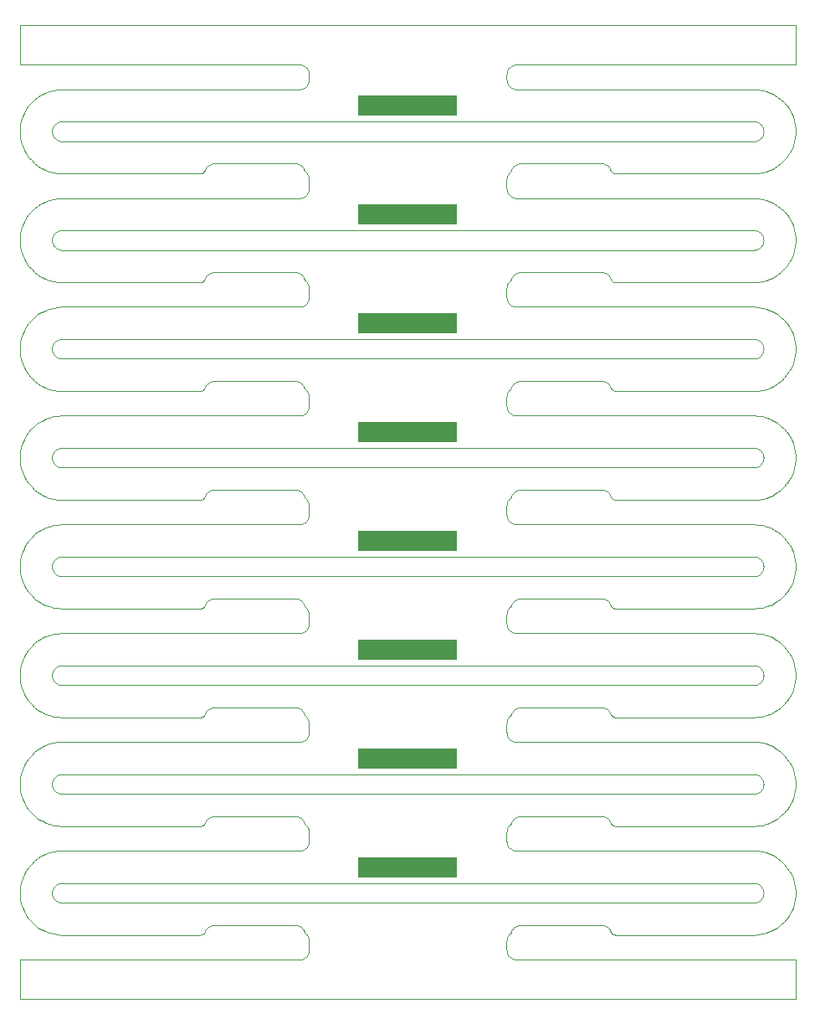
<source format=gbr>
G04 #@! TF.GenerationSoftware,KiCad,Pcbnew,5.1.5+dfsg1-2build2*
G04 #@! TF.CreationDate,2021-10-10T04:01:25+00:00*
G04 #@! TF.ProjectId,bobbin_bottom_3.5,626f6262-696e-45f6-926f-74746f6d5f33,rev?*
G04 #@! TF.SameCoordinates,Original*
G04 #@! TF.FileFunction,Paste,Bot*
G04 #@! TF.FilePolarity,Positive*
%FSLAX46Y46*%
G04 Gerber Fmt 4.6, Leading zero omitted, Abs format (unit mm)*
G04 Created by KiCad (PCBNEW 5.1.5+dfsg1-2build2) date 2021-10-10 04:01:25*
%MOMM*%
%LPD*%
G04 APERTURE LIST*
G04 #@! TA.AperFunction,Profile*
%ADD10C,0.100000*%
G04 #@! TD*
%ADD11R,10.000000X2.000000*%
G04 APERTURE END LIST*
D10*
X124499900Y-77215900D02*
X124401100Y-77236200D01*
X124596400Y-77185700D02*
X124499900Y-77215900D01*
X124689300Y-77145900D02*
X124596400Y-77185700D01*
X124777600Y-77096800D02*
X124689300Y-77145900D01*
X124860800Y-77038900D02*
X124777600Y-77096800D01*
X124937500Y-76973100D02*
X124860800Y-77038900D01*
X125007100Y-76899800D02*
X124937500Y-76973100D01*
X125069000Y-76819900D02*
X125007100Y-76899800D01*
X125122400Y-76734100D02*
X125069000Y-76819900D01*
X125166900Y-76643400D02*
X125122400Y-76734100D01*
X125202000Y-76548600D02*
X125166900Y-76643400D01*
X125227300Y-76450700D02*
X125202000Y-76548600D01*
X125242600Y-76350800D02*
X125227300Y-76450700D01*
X125247700Y-76249900D02*
X125242600Y-76350800D01*
X125242600Y-76149200D02*
X125247700Y-76249900D01*
X125227300Y-76049300D02*
X125242600Y-76149200D01*
X125202000Y-75951500D02*
X125227300Y-76049300D01*
X125166900Y-75856700D02*
X125202000Y-75951500D01*
X125122400Y-75766000D02*
X125166900Y-75856700D01*
X125069000Y-75680200D02*
X125122400Y-75766000D01*
X125007100Y-75600300D02*
X125069000Y-75680200D01*
X124937300Y-75526800D02*
X125007100Y-75600300D01*
X124860600Y-75461000D02*
X124937300Y-75526800D01*
X124777600Y-75403300D02*
X124860600Y-75461000D01*
X124689300Y-75354200D02*
X124777600Y-75403300D01*
X124596600Y-75314500D02*
X124689300Y-75354200D01*
X124500200Y-75284200D02*
X124596600Y-75314500D01*
X124401200Y-75263800D02*
X124500200Y-75284200D01*
X124300700Y-75253600D02*
X124401200Y-75263800D01*
X124224800Y-75251000D02*
X124300700Y-75253600D01*
X54275400Y-75251000D02*
X124224800Y-75251000D01*
X54199100Y-75253600D02*
X54275400Y-75251000D01*
X54098800Y-75263800D02*
X54199100Y-75253600D01*
X53999800Y-75284200D02*
X54098800Y-75263800D01*
X53903400Y-75314500D02*
X53999800Y-75284200D01*
X53810500Y-75354300D02*
X53903400Y-75314500D01*
X53722100Y-75403400D02*
X53810500Y-75354300D01*
X53639200Y-75461200D02*
X53722100Y-75403400D01*
X53562500Y-75527000D02*
X53639200Y-75461200D01*
X53492900Y-75600300D02*
X53562500Y-75527000D01*
X53431000Y-75680200D02*
X53492900Y-75600300D01*
X53377600Y-75766000D02*
X53431000Y-75680200D01*
X53333100Y-75856700D02*
X53377600Y-75766000D01*
X53298100Y-75951200D02*
X53333100Y-75856700D01*
X53272700Y-76049100D02*
X53298100Y-75951200D01*
X53257400Y-76149000D02*
X53272700Y-76049100D01*
X53252300Y-76249900D02*
X53257400Y-76149000D01*
X53257400Y-76350800D02*
X53252300Y-76249900D01*
X53272700Y-76450700D02*
X53257400Y-76350800D01*
X53298000Y-76548600D02*
X53272700Y-76450700D01*
X53333100Y-76643400D02*
X53298000Y-76548600D01*
X53377600Y-76734100D02*
X53333100Y-76643400D01*
X53431000Y-76819900D02*
X53377600Y-76734100D01*
X53492900Y-76899800D02*
X53431000Y-76819900D01*
X53562500Y-76973100D02*
X53492900Y-76899800D01*
X53639200Y-77038900D02*
X53562500Y-76973100D01*
X53722100Y-77096700D02*
X53639200Y-77038900D01*
X53810500Y-77145700D02*
X53722100Y-77096700D01*
X53903400Y-77185600D02*
X53810500Y-77145700D01*
X53999800Y-77215900D02*
X53903400Y-77185600D01*
X54098800Y-77236200D02*
X53999800Y-77215900D01*
X54199300Y-77246500D02*
X54098800Y-77236200D01*
X54275200Y-77249000D02*
X54199300Y-77246500D01*
X124224900Y-77249000D02*
X54275200Y-77249000D01*
X124300500Y-77246500D02*
X124224900Y-77249000D01*
X124401100Y-77236200D02*
X124300500Y-77246500D01*
X124499900Y-132216000D02*
X124401100Y-132236300D01*
X124596400Y-132185800D02*
X124499900Y-132216000D01*
X124689300Y-132145900D02*
X124596400Y-132185800D01*
X124777600Y-132096900D02*
X124689300Y-132145900D01*
X124860800Y-132039000D02*
X124777600Y-132096900D01*
X124937500Y-131973200D02*
X124860800Y-132039000D01*
X125007100Y-131899900D02*
X124937500Y-131973200D01*
X125069000Y-131820000D02*
X125007100Y-131899900D01*
X125122400Y-131734200D02*
X125069000Y-131820000D01*
X125166900Y-131643500D02*
X125122400Y-131734200D01*
X125202000Y-131548700D02*
X125166900Y-131643500D01*
X125227300Y-131450800D02*
X125202000Y-131548700D01*
X125242600Y-131350900D02*
X125227300Y-131450800D01*
X125247700Y-131250000D02*
X125242600Y-131350900D01*
X125242600Y-131149300D02*
X125247700Y-131250000D01*
X125227300Y-131049400D02*
X125242600Y-131149300D01*
X125202000Y-130951600D02*
X125227300Y-131049400D01*
X125166900Y-130856800D02*
X125202000Y-130951600D01*
X125122400Y-130766100D02*
X125166900Y-130856800D01*
X125069000Y-130680300D02*
X125122400Y-130766100D01*
X125007100Y-130600300D02*
X125069000Y-130680300D01*
X124937300Y-130526900D02*
X125007100Y-130600300D01*
X124860600Y-130461100D02*
X124937300Y-130526900D01*
X124777600Y-130403300D02*
X124860600Y-130461100D01*
X124689300Y-130354300D02*
X124777600Y-130403300D01*
X124596600Y-130314600D02*
X124689300Y-130354300D01*
X124500200Y-130284300D02*
X124596600Y-130314600D01*
X124401200Y-130263900D02*
X124500200Y-130284300D01*
X124300700Y-130253700D02*
X124401200Y-130263900D01*
X124224800Y-130251100D02*
X124300700Y-130253700D01*
X54275400Y-130251100D02*
X124224800Y-130251100D01*
X54199200Y-130253700D02*
X54275400Y-130251100D01*
X54098800Y-130263900D02*
X54199200Y-130253700D01*
X53999800Y-130284300D02*
X54098800Y-130263900D01*
X53903400Y-130314600D02*
X53999800Y-130284300D01*
X53810500Y-130354400D02*
X53903400Y-130314600D01*
X53722100Y-130403500D02*
X53810500Y-130354400D01*
X53639200Y-130461200D02*
X53722100Y-130403500D01*
X53562500Y-130527100D02*
X53639200Y-130461200D01*
X53492900Y-130600300D02*
X53562500Y-130527100D01*
X53431000Y-130680300D02*
X53492900Y-130600300D01*
X53377600Y-130766100D02*
X53431000Y-130680300D01*
X53333100Y-130856800D02*
X53377600Y-130766100D01*
X53298100Y-130951300D02*
X53333100Y-130856800D01*
X53272700Y-131049200D02*
X53298100Y-130951300D01*
X53257400Y-131149100D02*
X53272700Y-131049200D01*
X53252300Y-131250000D02*
X53257400Y-131149100D01*
X53257400Y-131350900D02*
X53252300Y-131250000D01*
X53272700Y-131450800D02*
X53257400Y-131350900D01*
X53298000Y-131548700D02*
X53272700Y-131450800D01*
X53333100Y-131643500D02*
X53298000Y-131548700D01*
X53377600Y-131734200D02*
X53333100Y-131643500D01*
X53431000Y-131820000D02*
X53377600Y-131734200D01*
X53492900Y-131899900D02*
X53431000Y-131820000D01*
X53562500Y-131973200D02*
X53492900Y-131899900D01*
X53639200Y-132039000D02*
X53562500Y-131973200D01*
X53722100Y-132096800D02*
X53639200Y-132039000D01*
X53810500Y-132145800D02*
X53722100Y-132096800D01*
X53903400Y-132185700D02*
X53810500Y-132145800D01*
X53999800Y-132216000D02*
X53903400Y-132185700D01*
X54098800Y-132236300D02*
X53999800Y-132216000D01*
X54199300Y-132246600D02*
X54098800Y-132236300D01*
X54275200Y-132249100D02*
X54199300Y-132246600D01*
X124224900Y-132249100D02*
X54275200Y-132249100D01*
X124300500Y-132246500D02*
X124224900Y-132249100D01*
X124401100Y-132236300D02*
X124300500Y-132246500D01*
X124499900Y-66215900D02*
X124401000Y-66236200D01*
X124596400Y-66185700D02*
X124499900Y-66215900D01*
X124689300Y-66145800D02*
X124596400Y-66185700D01*
X124777600Y-66096800D02*
X124689300Y-66145800D01*
X124860600Y-66039100D02*
X124777600Y-66096800D01*
X124937300Y-65973300D02*
X124860600Y-66039100D01*
X125007100Y-65899800D02*
X124937300Y-65973300D01*
X125069000Y-65819900D02*
X125007100Y-65899800D01*
X125122300Y-65734300D02*
X125069000Y-65819900D01*
X125166800Y-65643600D02*
X125122300Y-65734300D01*
X125201900Y-65548800D02*
X125166800Y-65643600D01*
X125227300Y-65451000D02*
X125201900Y-65548800D01*
X125242600Y-65351100D02*
X125227300Y-65451000D01*
X125247700Y-65250200D02*
X125242600Y-65351100D01*
X125242600Y-65149200D02*
X125247700Y-65250200D01*
X125227300Y-65049300D02*
X125242600Y-65149200D01*
X125202000Y-64951500D02*
X125227300Y-65049300D01*
X125166900Y-64856700D02*
X125202000Y-64951500D01*
X125122400Y-64765900D02*
X125166900Y-64856700D01*
X125069000Y-64680200D02*
X125122400Y-64765900D01*
X125007100Y-64600200D02*
X125069000Y-64680200D01*
X124937300Y-64526800D02*
X125007100Y-64600200D01*
X124860600Y-64461000D02*
X124937300Y-64526800D01*
X124777900Y-64403400D02*
X124860600Y-64461000D01*
X124689500Y-64354300D02*
X124777900Y-64403400D01*
X124596600Y-64314500D02*
X124689500Y-64354300D01*
X124500200Y-64284200D02*
X124596600Y-64314500D01*
X124401200Y-64263800D02*
X124500200Y-64284200D01*
X124300700Y-64253600D02*
X124401200Y-64263800D01*
X124224800Y-64251000D02*
X124300700Y-64253600D01*
X54275300Y-64251000D02*
X124224800Y-64251000D01*
X54199200Y-64253600D02*
X54275300Y-64251000D01*
X54098800Y-64263800D02*
X54199200Y-64253600D01*
X53999800Y-64284200D02*
X54098800Y-64263800D01*
X53903400Y-64314500D02*
X53999800Y-64284200D01*
X53810500Y-64354300D02*
X53903400Y-64314500D01*
X53722100Y-64403400D02*
X53810500Y-64354300D01*
X53639200Y-64461100D02*
X53722100Y-64403400D01*
X53562500Y-64527000D02*
X53639200Y-64461100D01*
X53492900Y-64600200D02*
X53562500Y-64527000D01*
X53431000Y-64680200D02*
X53492900Y-64600200D01*
X53377600Y-64765900D02*
X53431000Y-64680200D01*
X53333100Y-64856700D02*
X53377600Y-64765900D01*
X53298000Y-64951500D02*
X53333100Y-64856700D01*
X53272700Y-65049000D02*
X53298000Y-64951500D01*
X53257400Y-65148900D02*
X53272700Y-65049000D01*
X53252300Y-65249900D02*
X53257400Y-65148900D01*
X53257400Y-65350800D02*
X53252300Y-65249900D01*
X53272700Y-65450700D02*
X53257400Y-65350800D01*
X53298000Y-65548600D02*
X53272700Y-65450700D01*
X53333100Y-65643300D02*
X53298000Y-65548600D01*
X53377600Y-65734100D02*
X53333100Y-65643300D01*
X53431000Y-65819900D02*
X53377600Y-65734100D01*
X53492900Y-65899800D02*
X53431000Y-65819900D01*
X53562500Y-65973100D02*
X53492900Y-65899800D01*
X53639200Y-66038900D02*
X53562500Y-65973100D01*
X53722100Y-66096700D02*
X53639200Y-66038900D01*
X53810500Y-66145700D02*
X53722100Y-66096700D01*
X53903400Y-66185600D02*
X53810500Y-66145700D01*
X53999800Y-66215900D02*
X53903400Y-66185600D01*
X54098800Y-66236200D02*
X53999800Y-66215900D01*
X54199300Y-66246400D02*
X54098800Y-66236200D01*
X54275200Y-66249000D02*
X54199300Y-66246400D01*
X124224900Y-66249000D02*
X54275200Y-66249000D01*
X124300600Y-66246400D02*
X124224900Y-66249000D01*
X124401000Y-66236200D02*
X124300600Y-66246400D01*
X124499900Y-121216000D02*
X124401000Y-121236300D01*
X124596400Y-121185800D02*
X124499900Y-121216000D01*
X124689300Y-121145900D02*
X124596400Y-121185800D01*
X124777600Y-121096900D02*
X124689300Y-121145900D01*
X124860800Y-121039000D02*
X124777600Y-121096900D01*
X124937500Y-120973200D02*
X124860800Y-121039000D01*
X125007100Y-120899900D02*
X124937500Y-120973200D01*
X125069000Y-120820000D02*
X125007100Y-120899900D01*
X125122400Y-120734200D02*
X125069000Y-120820000D01*
X125166900Y-120643400D02*
X125122400Y-120734200D01*
X125202000Y-120548700D02*
X125166900Y-120643400D01*
X125227300Y-120450800D02*
X125202000Y-120548700D01*
X125242600Y-120350900D02*
X125227300Y-120450800D01*
X125247700Y-120250000D02*
X125242600Y-120350900D01*
X125242600Y-120149300D02*
X125247700Y-120250000D01*
X125227300Y-120049400D02*
X125242600Y-120149300D01*
X125202000Y-119951600D02*
X125227300Y-120049400D01*
X125166900Y-119856800D02*
X125202000Y-119951600D01*
X125122400Y-119766000D02*
X125166900Y-119856800D01*
X125069000Y-119680300D02*
X125122400Y-119766000D01*
X125007100Y-119600300D02*
X125069000Y-119680300D01*
X124937300Y-119526900D02*
X125007100Y-119600300D01*
X124860600Y-119461100D02*
X124937300Y-119526900D01*
X124777600Y-119403300D02*
X124860600Y-119461100D01*
X124689300Y-119354300D02*
X124777600Y-119403300D01*
X124596600Y-119314500D02*
X124689300Y-119354300D01*
X124500200Y-119284300D02*
X124596600Y-119314500D01*
X124401200Y-119263900D02*
X124500200Y-119284300D01*
X124300700Y-119253700D02*
X124401200Y-119263900D01*
X124224800Y-119251100D02*
X124300700Y-119253700D01*
X54275300Y-119251100D02*
X124224800Y-119251100D01*
X54199300Y-119253700D02*
X54275300Y-119251100D01*
X54098800Y-119263900D02*
X54199300Y-119253700D01*
X53999800Y-119284300D02*
X54098800Y-119263900D01*
X53903400Y-119314500D02*
X53999800Y-119284300D01*
X53810500Y-119354400D02*
X53903400Y-119314500D01*
X53722100Y-119403500D02*
X53810500Y-119354400D01*
X53639200Y-119461200D02*
X53722100Y-119403500D01*
X53562500Y-119527100D02*
X53639200Y-119461200D01*
X53492900Y-119600300D02*
X53562500Y-119527100D01*
X53431000Y-119680300D02*
X53492900Y-119600300D01*
X53377600Y-119766000D02*
X53431000Y-119680300D01*
X53333100Y-119856800D02*
X53377600Y-119766000D01*
X53298100Y-119951300D02*
X53333100Y-119856800D01*
X53272700Y-120049100D02*
X53298100Y-119951300D01*
X53257400Y-120149000D02*
X53272700Y-120049100D01*
X53252300Y-120250000D02*
X53257400Y-120149000D01*
X53257400Y-120350900D02*
X53252300Y-120250000D01*
X53272700Y-120450800D02*
X53257400Y-120350900D01*
X53298000Y-120548700D02*
X53272700Y-120450800D01*
X53333100Y-120643400D02*
X53298000Y-120548700D01*
X53377600Y-120734200D02*
X53333100Y-120643400D01*
X53431000Y-120820000D02*
X53377600Y-120734200D01*
X53492900Y-120899900D02*
X53431000Y-120820000D01*
X53562500Y-120973200D02*
X53492900Y-120899900D01*
X53639200Y-121039000D02*
X53562500Y-120973200D01*
X53722100Y-121096700D02*
X53639200Y-121039000D01*
X53810500Y-121145800D02*
X53722100Y-121096700D01*
X53903400Y-121185700D02*
X53810500Y-121145800D01*
X53999800Y-121215900D02*
X53903400Y-121185700D01*
X54098800Y-121236300D02*
X53999800Y-121215900D01*
X54199300Y-121246500D02*
X54098800Y-121236300D01*
X54275200Y-121249100D02*
X54199300Y-121246500D01*
X124224800Y-121249100D02*
X54275200Y-121249100D01*
X124300600Y-121246500D02*
X124224800Y-121249100D01*
X124401000Y-121236300D02*
X124300600Y-121246500D01*
X124499900Y-55215900D02*
X124401000Y-55236200D01*
X124596400Y-55185700D02*
X124499900Y-55215900D01*
X124689300Y-55145800D02*
X124596400Y-55185700D01*
X124777600Y-55096800D02*
X124689300Y-55145800D01*
X124860600Y-55039100D02*
X124777600Y-55096800D01*
X124937300Y-54973200D02*
X124860600Y-55039100D01*
X125007100Y-54899800D02*
X124937300Y-54973200D01*
X125069000Y-54819900D02*
X125007100Y-54899800D01*
X125122300Y-54734300D02*
X125069000Y-54819900D01*
X125166800Y-54643600D02*
X125122300Y-54734300D01*
X125201900Y-54548800D02*
X125166800Y-54643600D01*
X125227300Y-54451000D02*
X125201900Y-54548800D01*
X125242600Y-54351100D02*
X125227300Y-54451000D01*
X125247700Y-54250100D02*
X125242600Y-54351100D01*
X125242600Y-54149200D02*
X125247700Y-54250100D01*
X125227300Y-54049300D02*
X125242600Y-54149200D01*
X125202000Y-53951500D02*
X125227300Y-54049300D01*
X125166900Y-53856700D02*
X125202000Y-53951500D01*
X125122400Y-53765900D02*
X125166900Y-53856700D01*
X125069000Y-53680200D02*
X125122400Y-53765900D01*
X125007100Y-53600200D02*
X125069000Y-53680200D01*
X124937300Y-53526800D02*
X125007100Y-53600200D01*
X124860600Y-53460900D02*
X124937300Y-53526800D01*
X124777900Y-53403400D02*
X124860600Y-53460900D01*
X124689500Y-53354300D02*
X124777900Y-53403400D01*
X124596600Y-53314400D02*
X124689500Y-53354300D01*
X124500200Y-53284200D02*
X124596600Y-53314400D01*
X124401200Y-53263800D02*
X124500200Y-53284200D01*
X124300700Y-53253600D02*
X124401200Y-53263800D01*
X124224800Y-53251000D02*
X124300700Y-53253600D01*
X54275200Y-53251000D02*
X124224800Y-53251000D01*
X54199300Y-53253600D02*
X54275200Y-53251000D01*
X54098800Y-53263800D02*
X54199300Y-53253600D01*
X53999800Y-53284200D02*
X54098800Y-53263800D01*
X53903400Y-53314400D02*
X53999800Y-53284200D01*
X53810500Y-53354300D02*
X53903400Y-53314400D01*
X53722100Y-53403400D02*
X53810500Y-53354300D01*
X53639200Y-53461100D02*
X53722100Y-53403400D01*
X53562500Y-53527000D02*
X53639200Y-53461100D01*
X53492900Y-53600200D02*
X53562500Y-53527000D01*
X53431000Y-53680200D02*
X53492900Y-53600200D01*
X53377600Y-53765900D02*
X53431000Y-53680200D01*
X53333100Y-53856700D02*
X53377600Y-53765900D01*
X53298000Y-53951500D02*
X53333100Y-53856700D01*
X53272700Y-54049000D02*
X53298000Y-53951500D01*
X53257400Y-54148900D02*
X53272700Y-54049000D01*
X53252300Y-54249900D02*
X53257400Y-54148900D01*
X53257400Y-54350800D02*
X53252300Y-54249900D01*
X53272700Y-54450700D02*
X53257400Y-54350800D01*
X53298000Y-54548500D02*
X53272700Y-54450700D01*
X53333100Y-54643300D02*
X53298000Y-54548500D01*
X53377600Y-54734100D02*
X53333100Y-54643300D01*
X53431000Y-54819900D02*
X53377600Y-54734100D01*
X53492900Y-54899800D02*
X53431000Y-54819900D01*
X53562500Y-54973000D02*
X53492900Y-54899800D01*
X53639200Y-55038900D02*
X53562500Y-54973000D01*
X53722100Y-55096600D02*
X53639200Y-55038900D01*
X53810500Y-55145700D02*
X53722100Y-55096600D01*
X53903400Y-55185600D02*
X53810500Y-55145700D01*
X53999800Y-55215800D02*
X53903400Y-55185600D01*
X54098800Y-55236200D02*
X53999800Y-55215800D01*
X54199300Y-55246400D02*
X54098800Y-55236200D01*
X54275200Y-55249000D02*
X54199300Y-55246400D01*
X124224800Y-55249000D02*
X54275200Y-55249000D01*
X124300700Y-55246400D02*
X124224800Y-55249000D01*
X124401000Y-55236200D02*
X124300700Y-55246400D01*
X124500200Y-110215900D02*
X124400900Y-110236300D01*
X124596600Y-110185700D02*
X124500200Y-110215900D01*
X124689500Y-110145800D02*
X124596600Y-110185700D01*
X124777900Y-110096700D02*
X124689500Y-110145800D01*
X124860800Y-110039000D02*
X124777900Y-110096700D01*
X124937500Y-109973100D02*
X124860800Y-110039000D01*
X125007100Y-109899900D02*
X124937500Y-109973100D01*
X125069000Y-109819900D02*
X125007100Y-109899900D01*
X125122400Y-109734200D02*
X125069000Y-109819900D01*
X125166900Y-109643400D02*
X125122400Y-109734200D01*
X125202000Y-109548600D02*
X125166900Y-109643400D01*
X125227300Y-109450800D02*
X125202000Y-109548600D01*
X125242600Y-109350900D02*
X125227300Y-109450800D01*
X125247700Y-109250000D02*
X125242600Y-109350900D01*
X125242600Y-109149300D02*
X125247700Y-109250000D01*
X125227300Y-109049400D02*
X125242600Y-109149300D01*
X125202000Y-108951500D02*
X125227300Y-109049400D01*
X125166900Y-108856800D02*
X125202000Y-108951500D01*
X125122400Y-108766000D02*
X125166900Y-108856800D01*
X125069000Y-108680200D02*
X125122400Y-108766000D01*
X125007100Y-108600300D02*
X125069000Y-108680200D01*
X124937300Y-108526900D02*
X125007100Y-108600300D01*
X124860600Y-108461000D02*
X124937300Y-108526900D01*
X124777600Y-108403300D02*
X124860600Y-108461000D01*
X124689300Y-108354300D02*
X124777600Y-108403300D01*
X124596600Y-108314500D02*
X124689300Y-108354300D01*
X124500200Y-108284300D02*
X124596600Y-108314500D01*
X124401200Y-108263900D02*
X124500200Y-108284300D01*
X124300700Y-108253700D02*
X124401200Y-108263900D01*
X124224800Y-108251100D02*
X124300700Y-108253700D01*
X54275200Y-108251100D02*
X124224800Y-108251100D01*
X54199400Y-108253700D02*
X54275200Y-108251100D01*
X54098800Y-108263900D02*
X54199400Y-108253700D01*
X53999800Y-108284300D02*
X54098800Y-108263900D01*
X53903400Y-108314500D02*
X53999800Y-108284300D01*
X53810500Y-108354400D02*
X53903400Y-108314500D01*
X53722100Y-108403500D02*
X53810500Y-108354400D01*
X53639200Y-108461200D02*
X53722100Y-108403500D01*
X53562500Y-108527000D02*
X53639200Y-108461200D01*
X53492900Y-108600300D02*
X53562500Y-108527000D01*
X53431000Y-108680200D02*
X53492900Y-108600300D01*
X53377600Y-108766000D02*
X53431000Y-108680200D01*
X53333100Y-108856800D02*
X53377600Y-108766000D01*
X53298100Y-108951300D02*
X53333100Y-108856800D01*
X53272700Y-109049100D02*
X53298100Y-108951300D01*
X53257400Y-109149000D02*
X53272700Y-109049100D01*
X53252300Y-109250000D02*
X53257400Y-109149000D01*
X53257400Y-109350900D02*
X53252300Y-109250000D01*
X53272700Y-109450800D02*
X53257400Y-109350900D01*
X53298000Y-109548600D02*
X53272700Y-109450800D01*
X53333100Y-109643400D02*
X53298000Y-109548600D01*
X53377600Y-109734200D02*
X53333100Y-109643400D01*
X53431000Y-109819900D02*
X53377600Y-109734200D01*
X53492900Y-109899900D02*
X53431000Y-109819900D01*
X53562500Y-109973100D02*
X53492900Y-109899900D01*
X53639200Y-110039000D02*
X53562500Y-109973100D01*
X53722100Y-110096700D02*
X53639200Y-110039000D01*
X53810500Y-110145800D02*
X53722100Y-110096700D01*
X53903400Y-110185700D02*
X53810500Y-110145800D01*
X53999800Y-110215900D02*
X53903400Y-110185700D01*
X54098800Y-110236300D02*
X53999800Y-110215900D01*
X54199300Y-110246500D02*
X54098800Y-110236300D01*
X54275200Y-110249100D02*
X54199300Y-110246500D01*
X124224700Y-110249100D02*
X54275200Y-110249100D01*
X124300700Y-110246500D02*
X124224700Y-110249100D01*
X124400900Y-110236300D02*
X124300700Y-110246500D01*
X124500200Y-99215900D02*
X124400800Y-99236300D01*
X124596600Y-99185600D02*
X124500200Y-99215900D01*
X124689500Y-99145800D02*
X124596600Y-99185600D01*
X124777900Y-99096700D02*
X124689500Y-99145800D01*
X124860800Y-99039000D02*
X124777900Y-99096700D01*
X124937500Y-98973100D02*
X124860800Y-99039000D01*
X125007100Y-98899900D02*
X124937500Y-98973100D01*
X125069000Y-98819900D02*
X125007100Y-98899900D01*
X125122400Y-98734100D02*
X125069000Y-98819900D01*
X125166900Y-98643400D02*
X125122400Y-98734100D01*
X125202000Y-98548600D02*
X125166900Y-98643400D01*
X125227300Y-98450800D02*
X125202000Y-98548600D01*
X125242600Y-98350900D02*
X125227300Y-98450800D01*
X125247700Y-98249900D02*
X125242600Y-98350900D01*
X125242600Y-98149300D02*
X125247700Y-98249900D01*
X125227300Y-98049400D02*
X125242600Y-98149300D01*
X125202000Y-97951500D02*
X125227300Y-98049400D01*
X125166900Y-97856700D02*
X125202000Y-97951500D01*
X125122400Y-97766000D02*
X125166900Y-97856700D01*
X125069000Y-97680200D02*
X125122400Y-97766000D01*
X125007100Y-97600300D02*
X125069000Y-97680200D01*
X124937300Y-97526800D02*
X125007100Y-97600300D01*
X124860600Y-97461000D02*
X124937300Y-97526800D01*
X124777600Y-97403300D02*
X124860600Y-97461000D01*
X124689300Y-97354300D02*
X124777600Y-97403300D01*
X124596600Y-97314500D02*
X124689300Y-97354300D01*
X124500200Y-97284200D02*
X124596600Y-97314500D01*
X124401200Y-97263900D02*
X124500200Y-97284200D01*
X124300700Y-97253600D02*
X124401200Y-97263900D01*
X124224800Y-97251100D02*
X124300700Y-97253600D01*
X54275100Y-97251100D02*
X124224800Y-97251100D01*
X54199500Y-97253700D02*
X54275100Y-97251100D01*
X54098800Y-97263900D02*
X54199500Y-97253700D01*
X53999800Y-97284200D02*
X54098800Y-97263900D01*
X53903400Y-97314500D02*
X53999800Y-97284200D01*
X53810500Y-97354400D02*
X53903400Y-97314500D01*
X53722100Y-97403400D02*
X53810500Y-97354400D01*
X53639200Y-97461200D02*
X53722100Y-97403400D01*
X53562500Y-97527000D02*
X53639200Y-97461200D01*
X53492900Y-97600300D02*
X53562500Y-97527000D01*
X53431000Y-97680200D02*
X53492900Y-97600300D01*
X53377600Y-97766000D02*
X53431000Y-97680200D01*
X53333100Y-97856700D02*
X53377600Y-97766000D01*
X53298100Y-97951300D02*
X53333100Y-97856700D01*
X53272700Y-98049100D02*
X53298100Y-97951300D01*
X53257400Y-98149000D02*
X53272700Y-98049100D01*
X53252300Y-98249900D02*
X53257400Y-98149000D01*
X53257400Y-98350900D02*
X53252300Y-98249900D01*
X53272700Y-98450800D02*
X53257400Y-98350900D01*
X53298000Y-98548600D02*
X53272700Y-98450800D01*
X53333100Y-98643400D02*
X53298000Y-98548600D01*
X53377600Y-98734100D02*
X53333100Y-98643400D01*
X53431000Y-98819900D02*
X53377600Y-98734100D01*
X53492900Y-98899900D02*
X53431000Y-98819900D01*
X53562500Y-98973100D02*
X53492900Y-98899900D01*
X53639200Y-99039000D02*
X53562500Y-98973100D01*
X53722100Y-99096700D02*
X53639200Y-99039000D01*
X53810500Y-99145800D02*
X53722100Y-99096700D01*
X53903400Y-99185600D02*
X53810500Y-99145800D01*
X53999800Y-99215900D02*
X53903400Y-99185600D01*
X54098800Y-99236300D02*
X53999800Y-99215900D01*
X54199300Y-99246500D02*
X54098800Y-99236300D01*
X54275200Y-99249100D02*
X54199300Y-99246500D01*
X124224600Y-99249100D02*
X54275200Y-99249100D01*
X124300800Y-99246500D02*
X124224600Y-99249100D01*
X124400800Y-99236300D02*
X124300800Y-99246500D01*
X124500200Y-88215900D02*
X124400700Y-88236300D01*
X124596600Y-88185600D02*
X124500200Y-88215900D01*
X124689500Y-88145700D02*
X124596600Y-88185600D01*
X124777900Y-88096700D02*
X124689500Y-88145700D01*
X124860800Y-88038900D02*
X124777900Y-88096700D01*
X124937500Y-87973100D02*
X124860800Y-88038900D01*
X125007100Y-87899800D02*
X124937500Y-87973100D01*
X125069000Y-87819900D02*
X125007100Y-87899800D01*
X125122400Y-87734100D02*
X125069000Y-87819900D01*
X125166900Y-87643400D02*
X125122400Y-87734100D01*
X125202000Y-87548600D02*
X125166900Y-87643400D01*
X125227300Y-87450800D02*
X125202000Y-87548600D01*
X125242600Y-87350900D02*
X125227300Y-87450800D01*
X125247700Y-87249900D02*
X125242600Y-87350900D01*
X125242600Y-87149300D02*
X125247700Y-87249900D01*
X125227300Y-87049400D02*
X125242600Y-87149300D01*
X125202000Y-86951500D02*
X125227300Y-87049400D01*
X125166900Y-86856700D02*
X125202000Y-86951500D01*
X125122400Y-86766000D02*
X125166900Y-86856700D01*
X125069000Y-86680200D02*
X125122400Y-86766000D01*
X125007100Y-86600300D02*
X125069000Y-86680200D01*
X124937300Y-86526800D02*
X125007100Y-86600300D01*
X124860600Y-86461000D02*
X124937300Y-86526800D01*
X124777600Y-86403300D02*
X124860600Y-86461000D01*
X124689300Y-86354200D02*
X124777600Y-86403300D01*
X124596600Y-86314500D02*
X124689300Y-86354200D01*
X124500200Y-86284200D02*
X124596600Y-86314500D01*
X124401200Y-86263900D02*
X124500200Y-86284200D01*
X124300700Y-86253600D02*
X124401200Y-86263900D01*
X124224800Y-86251100D02*
X124300700Y-86253600D01*
X54275000Y-86251100D02*
X124224800Y-86251100D01*
X54199600Y-86253600D02*
X54275000Y-86251100D01*
X54098800Y-86263900D02*
X54199600Y-86253600D01*
X53999800Y-86284200D02*
X54098800Y-86263900D01*
X53903400Y-86314500D02*
X53999800Y-86284200D01*
X53810500Y-86354400D02*
X53903400Y-86314500D01*
X53722100Y-86403400D02*
X53810500Y-86354400D01*
X53639200Y-86461200D02*
X53722100Y-86403400D01*
X53562500Y-86527000D02*
X53639200Y-86461200D01*
X53492900Y-86600300D02*
X53562500Y-86527000D01*
X53431000Y-86680200D02*
X53492900Y-86600300D01*
X53377600Y-86766000D02*
X53431000Y-86680200D01*
X53333100Y-86856700D02*
X53377600Y-86766000D01*
X53298100Y-86951200D02*
X53333100Y-86856700D01*
X53272700Y-87049100D02*
X53298100Y-86951200D01*
X53257400Y-87149000D02*
X53272700Y-87049100D01*
X53252300Y-87249900D02*
X53257400Y-87149000D01*
X53257400Y-87350900D02*
X53252300Y-87249900D01*
X53272700Y-87450800D02*
X53257400Y-87350900D01*
X53298000Y-87548600D02*
X53272700Y-87450800D01*
X53333100Y-87643400D02*
X53298000Y-87548600D01*
X53377600Y-87734100D02*
X53333100Y-87643400D01*
X53431000Y-87819900D02*
X53377600Y-87734100D01*
X53492900Y-87899800D02*
X53431000Y-87819900D01*
X53562500Y-87973100D02*
X53492900Y-87899800D01*
X53639200Y-88038900D02*
X53562500Y-87973100D01*
X53722100Y-88096700D02*
X53639200Y-88038900D01*
X53810500Y-88145700D02*
X53722100Y-88096700D01*
X53903400Y-88185600D02*
X53810500Y-88145700D01*
X53999800Y-88215900D02*
X53903400Y-88185600D01*
X54098800Y-88236200D02*
X53999800Y-88215900D01*
X54199300Y-88246500D02*
X54098800Y-88236200D01*
X54275200Y-88249100D02*
X54199300Y-88246500D01*
X124224500Y-88249100D02*
X54275200Y-88249100D01*
X124300900Y-88246500D02*
X124224500Y-88249100D01*
X124400700Y-88236300D02*
X124300900Y-88246500D01*
X128471000Y-43499000D02*
X50014600Y-43499700D01*
X128487300Y-43500000D02*
X128471000Y-43499000D01*
X128492900Y-43503700D02*
X128487300Y-43500000D01*
X128494800Y-43508200D02*
X128492900Y-43503700D01*
X128495500Y-43523500D02*
X128494800Y-43508200D01*
X128495500Y-47475500D02*
X128495500Y-43523500D01*
X128494300Y-47492700D02*
X128495500Y-47475500D01*
X128490800Y-47497400D02*
X128494300Y-47492700D01*
X128486300Y-47499200D02*
X128490800Y-47497400D01*
X100241200Y-47500000D02*
X128486300Y-47499200D01*
X100144000Y-47504800D02*
X100241200Y-47500000D01*
X100047900Y-47519000D02*
X100144000Y-47504800D01*
X99953600Y-47542600D02*
X100047900Y-47519000D01*
X99862200Y-47575400D02*
X99953600Y-47542600D01*
X99774300Y-47616900D02*
X99862200Y-47575400D01*
X99691000Y-47666900D02*
X99774300Y-47616900D01*
X99613000Y-47724700D02*
X99691000Y-47666900D01*
X99541000Y-47790000D02*
X99613000Y-47724700D01*
X99475700Y-47862000D02*
X99541000Y-47790000D01*
X99417900Y-47940000D02*
X99475700Y-47862000D01*
X99367900Y-48023300D02*
X99417900Y-47940000D01*
X99326400Y-48111100D02*
X99367900Y-48023300D01*
X99293600Y-48202600D02*
X99326400Y-48111100D01*
X99270000Y-48296900D02*
X99293600Y-48202600D01*
X99255800Y-48393000D02*
X99270000Y-48296900D01*
X99251000Y-48490200D02*
X99255800Y-48393000D01*
X99251000Y-49008800D02*
X99251000Y-48490200D01*
X99255800Y-49106000D02*
X99251000Y-49008800D01*
X99270000Y-49202100D02*
X99255800Y-49106000D01*
X99293600Y-49296400D02*
X99270000Y-49202100D01*
X99326400Y-49387900D02*
X99293600Y-49296400D01*
X99367900Y-49475700D02*
X99326400Y-49387900D01*
X99417900Y-49559000D02*
X99367900Y-49475700D01*
X99475700Y-49637000D02*
X99417900Y-49559000D01*
X99541000Y-49709000D02*
X99475700Y-49637000D01*
X99613000Y-49774300D02*
X99541000Y-49709000D01*
X99691000Y-49832100D02*
X99613000Y-49774300D01*
X99774300Y-49882100D02*
X99691000Y-49832100D01*
X99862200Y-49923600D02*
X99774300Y-49882100D01*
X99953600Y-49956400D02*
X99862200Y-49923600D01*
X100047900Y-49980000D02*
X99953600Y-49956400D01*
X100144000Y-49994200D02*
X100047900Y-49980000D01*
X100241200Y-49999000D02*
X100144000Y-49994200D01*
X124243700Y-49999000D02*
X100241200Y-49999000D01*
X124679800Y-50021100D02*
X124243700Y-49999000D01*
X125105400Y-50086300D02*
X124679800Y-50021100D01*
X125522300Y-50194200D02*
X125105400Y-50086300D01*
X125914500Y-50339100D02*
X125522300Y-50194200D01*
X125937800Y-50349100D02*
X125914500Y-50339100D01*
X126301600Y-50527500D02*
X125937800Y-50349100D01*
X126323800Y-50539900D02*
X126301600Y-50527500D01*
X126678500Y-50761400D02*
X126323800Y-50539900D01*
X127018600Y-51024600D02*
X126678500Y-50761400D01*
X127330700Y-51321300D02*
X127018600Y-51024600D01*
X127603300Y-51638300D02*
X127330700Y-51321300D01*
X127618900Y-51658400D02*
X127603300Y-51638300D01*
X127850300Y-51990900D02*
X127618900Y-51658400D01*
X127863800Y-52012500D02*
X127850300Y-51990900D01*
X128066400Y-52378300D02*
X127863800Y-52012500D01*
X128236000Y-52773500D02*
X128066400Y-52378300D01*
X128364900Y-53184300D02*
X128236000Y-52773500D01*
X128449400Y-53593800D02*
X128364900Y-53184300D01*
X128453300Y-53618900D02*
X128449400Y-53593800D01*
X128494300Y-54022000D02*
X128453300Y-53618900D01*
X128495500Y-54047400D02*
X128494300Y-54022000D01*
X128495200Y-54465600D02*
X128495500Y-54047400D01*
X128451700Y-54893400D02*
X128495200Y-54465600D01*
X128365000Y-55315200D02*
X128451700Y-54893400D01*
X128240200Y-55714200D02*
X128365000Y-55315200D01*
X128231400Y-55738100D02*
X128240200Y-55714200D01*
X128071600Y-56110400D02*
X128231400Y-55738100D01*
X128060400Y-56133200D02*
X128071600Y-56110400D01*
X127857200Y-56498700D02*
X128060400Y-56133200D01*
X127611200Y-56852100D02*
X127857200Y-56498700D01*
X127331000Y-57178400D02*
X127611200Y-56852100D01*
X127018900Y-57475100D02*
X127331000Y-57178400D01*
X126678500Y-57738700D02*
X127018900Y-57475100D01*
X126323800Y-57960100D02*
X126678500Y-57738700D01*
X126301600Y-57972500D02*
X126323800Y-57960100D01*
X125937900Y-58150900D02*
X126301600Y-57972500D01*
X125914500Y-58160900D02*
X125937900Y-58150900D01*
X125522200Y-58305800D02*
X125914500Y-58160900D01*
X125118100Y-58410800D02*
X125522200Y-58305800D01*
X125093100Y-58415900D02*
X125118100Y-58410800D01*
X124679800Y-58478900D02*
X125093100Y-58415900D01*
X124243700Y-58501000D02*
X124679800Y-58478900D01*
X110249800Y-58500900D02*
X124243700Y-58501000D01*
X110197400Y-58497900D02*
X110249800Y-58500900D01*
X110146100Y-58489800D02*
X110197400Y-58497900D01*
X110095500Y-58476200D02*
X110146100Y-58489800D01*
X110058300Y-58462300D02*
X110095500Y-58476200D01*
X109999900Y-58433700D02*
X110058300Y-58462300D01*
X109966600Y-58412500D02*
X109999900Y-58433700D01*
X109945300Y-58397000D02*
X109966600Y-58412500D01*
X109905500Y-58363000D02*
X109945300Y-58397000D01*
X109878100Y-58335200D02*
X109905500Y-58363000D01*
X109853000Y-58304700D02*
X109878100Y-58335200D01*
X109816300Y-58250100D02*
X109853000Y-58304700D01*
X109792500Y-58203400D02*
X109816300Y-58250100D01*
X109740500Y-58073800D02*
X109792500Y-58203400D01*
X109697000Y-57990800D02*
X109740500Y-58073800D01*
X109645900Y-57912300D02*
X109697000Y-57990800D01*
X109587700Y-57839000D02*
X109645900Y-57912300D01*
X109522700Y-57771500D02*
X109587700Y-57839000D01*
X109451700Y-57710500D02*
X109522700Y-57771500D01*
X109375200Y-57656400D02*
X109451700Y-57710500D01*
X109293900Y-57609800D02*
X109375200Y-57656400D01*
X109208600Y-57571100D02*
X109293900Y-57609800D01*
X109120000Y-57540700D02*
X109208600Y-57571100D01*
X109029000Y-57518700D02*
X109120000Y-57540700D01*
X108936300Y-57505400D02*
X109029000Y-57518700D01*
X108842500Y-57501000D02*
X108936300Y-57505400D01*
X100657500Y-57501000D02*
X108842500Y-57501000D01*
X100563700Y-57505400D02*
X100657500Y-57501000D01*
X100471000Y-57518700D02*
X100563700Y-57505400D01*
X100380000Y-57540700D02*
X100471000Y-57518700D01*
X100291400Y-57571100D02*
X100380000Y-57540700D01*
X100206100Y-57609800D02*
X100291400Y-57571100D01*
X100124800Y-57656400D02*
X100206100Y-57609800D01*
X100048300Y-57710500D02*
X100124800Y-57656400D01*
X99977300Y-57771500D02*
X100048300Y-57710500D01*
X99912300Y-57839000D02*
X99977300Y-57771500D01*
X99854100Y-57912300D02*
X99912300Y-57839000D01*
X99803000Y-57990800D02*
X99854100Y-57912300D01*
X99759500Y-58073800D02*
X99803000Y-57990800D01*
X99701800Y-58215300D02*
X99759500Y-58073800D01*
X99683400Y-58250600D02*
X99701800Y-58215300D01*
X99655200Y-58294100D02*
X99683400Y-58250600D01*
X99621900Y-58335200D02*
X99655200Y-58294100D01*
X99565200Y-58390300D02*
X99621900Y-58335200D01*
X99494600Y-58463400D02*
X99565200Y-58390300D01*
X99432000Y-58543100D02*
X99494600Y-58463400D01*
X99378000Y-58628700D02*
X99432000Y-58543100D01*
X99332900Y-58719500D02*
X99378000Y-58628700D01*
X99297400Y-58814400D02*
X99332900Y-58719500D01*
X99271700Y-58912400D02*
X99297400Y-58814400D01*
X99256200Y-59012500D02*
X99271700Y-58912400D01*
X99251000Y-59114000D02*
X99256200Y-59012500D01*
X99251000Y-60008800D02*
X99251000Y-59114000D01*
X99255800Y-60106000D02*
X99251000Y-60008800D01*
X99270000Y-60202100D02*
X99255800Y-60106000D01*
X99293600Y-60296400D02*
X99270000Y-60202100D01*
X99326400Y-60387900D02*
X99293600Y-60296400D01*
X99367900Y-60475700D02*
X99326400Y-60387900D01*
X99417900Y-60559000D02*
X99367900Y-60475700D01*
X99475700Y-60637100D02*
X99417900Y-60559000D01*
X99541000Y-60709000D02*
X99475700Y-60637100D01*
X99613000Y-60774300D02*
X99541000Y-60709000D01*
X99691000Y-60832200D02*
X99613000Y-60774300D01*
X99774300Y-60882100D02*
X99691000Y-60832200D01*
X99862200Y-60923600D02*
X99774300Y-60882100D01*
X99953600Y-60956400D02*
X99862200Y-60923600D01*
X100047900Y-60980000D02*
X99953600Y-60956400D01*
X100144000Y-60994200D02*
X100047900Y-60980000D01*
X100241200Y-60999000D02*
X100144000Y-60994200D01*
X124243700Y-60999000D02*
X100241200Y-60999000D01*
X124679800Y-61021100D02*
X124243700Y-60999000D01*
X125105900Y-61086400D02*
X124679800Y-61021100D01*
X125522300Y-61194200D02*
X125105900Y-61086400D01*
X125914500Y-61339100D02*
X125522300Y-61194200D01*
X125937800Y-61349100D02*
X125914500Y-61339100D01*
X126301600Y-61527600D02*
X125937800Y-61349100D01*
X126323800Y-61539900D02*
X126301600Y-61527600D01*
X126678500Y-61761400D02*
X126323800Y-61539900D01*
X127018600Y-62024600D02*
X126678500Y-61761400D01*
X127330700Y-62321300D02*
X127018600Y-62024600D01*
X127603300Y-62638300D02*
X127330700Y-62321300D01*
X127618900Y-62658400D02*
X127603300Y-62638300D01*
X127850300Y-62990900D02*
X127618900Y-62658400D01*
X127863800Y-63012500D02*
X127850300Y-62990900D01*
X128066400Y-63378300D02*
X127863800Y-63012500D01*
X128236000Y-63773500D02*
X128066400Y-63378300D01*
X128364900Y-64184400D02*
X128236000Y-63773500D01*
X128449400Y-64593800D02*
X128364900Y-64184400D01*
X128453300Y-64619000D02*
X128449400Y-64593800D01*
X128494300Y-65022000D02*
X128453300Y-64619000D01*
X128495500Y-65047400D02*
X128494300Y-65022000D01*
X128495200Y-65465600D02*
X128495500Y-65047400D01*
X128451700Y-65893500D02*
X128495200Y-65465600D01*
X128365000Y-66315200D02*
X128451700Y-65893500D01*
X128240200Y-66714300D02*
X128365000Y-66315200D01*
X128231400Y-66738100D02*
X128240200Y-66714300D01*
X128071600Y-67110400D02*
X128231400Y-66738100D01*
X128060400Y-67133300D02*
X128071600Y-67110400D01*
X127857200Y-67498700D02*
X128060400Y-67133300D01*
X127611200Y-67852100D02*
X127857200Y-67498700D01*
X127331000Y-68178400D02*
X127611200Y-67852100D01*
X127018900Y-68475100D02*
X127331000Y-68178400D01*
X126678500Y-68738700D02*
X127018900Y-68475100D01*
X126323800Y-68960100D02*
X126678500Y-68738700D01*
X126301600Y-68972500D02*
X126323800Y-68960100D01*
X125937900Y-69150900D02*
X126301600Y-68972500D01*
X125914500Y-69160900D02*
X125937900Y-69150900D01*
X125522200Y-69305800D02*
X125914500Y-69160900D01*
X125118100Y-69410800D02*
X125522200Y-69305800D01*
X125093100Y-69415900D02*
X125118100Y-69410800D01*
X124679800Y-69478900D02*
X125093100Y-69415900D01*
X124243700Y-69501000D02*
X124679800Y-69478900D01*
X110249800Y-69500900D02*
X124243700Y-69501000D01*
X110197400Y-69497900D02*
X110249800Y-69500900D01*
X110146100Y-69489800D02*
X110197400Y-69497900D01*
X110095500Y-69476200D02*
X110146100Y-69489800D01*
X110058300Y-69462300D02*
X110095500Y-69476200D01*
X109999900Y-69433700D02*
X110058300Y-69462300D01*
X109966600Y-69412500D02*
X109999900Y-69433700D01*
X109945300Y-69397100D02*
X109966600Y-69412500D01*
X109905500Y-69363000D02*
X109945300Y-69397100D01*
X109878100Y-69335200D02*
X109905500Y-69363000D01*
X109853000Y-69304700D02*
X109878100Y-69335200D01*
X109816300Y-69250100D02*
X109853000Y-69304700D01*
X109792500Y-69203400D02*
X109816300Y-69250100D01*
X109740500Y-69073800D02*
X109792500Y-69203400D01*
X109697000Y-68990800D02*
X109740500Y-69073800D01*
X109645900Y-68912300D02*
X109697000Y-68990800D01*
X109587700Y-68839000D02*
X109645900Y-68912300D01*
X109522700Y-68771500D02*
X109587700Y-68839000D01*
X109451700Y-68710500D02*
X109522700Y-68771500D01*
X109375200Y-68656400D02*
X109451700Y-68710500D01*
X109293900Y-68609800D02*
X109375200Y-68656400D01*
X109208600Y-68571100D02*
X109293900Y-68609800D01*
X109120000Y-68540700D02*
X109208600Y-68571100D01*
X109029000Y-68518700D02*
X109120000Y-68540700D01*
X108936200Y-68505400D02*
X109029000Y-68518700D01*
X108842400Y-68501000D02*
X108936200Y-68505400D01*
X100657500Y-68501000D02*
X108842400Y-68501000D01*
X100563700Y-68505500D02*
X100657500Y-68501000D01*
X100471000Y-68518700D02*
X100563700Y-68505500D01*
X100380000Y-68540700D02*
X100471000Y-68518700D01*
X100291400Y-68571100D02*
X100380000Y-68540700D01*
X100206100Y-68609800D02*
X100291400Y-68571100D01*
X100124800Y-68656400D02*
X100206100Y-68609800D01*
X100048300Y-68710500D02*
X100124800Y-68656400D01*
X99977300Y-68771500D02*
X100048300Y-68710500D01*
X99912300Y-68839000D02*
X99977300Y-68771500D01*
X99854100Y-68912300D02*
X99912300Y-68839000D01*
X99803000Y-68990900D02*
X99854100Y-68912300D01*
X99759500Y-69073800D02*
X99803000Y-68990900D01*
X99701800Y-69215300D02*
X99759500Y-69073800D01*
X99683700Y-69250100D02*
X99701800Y-69215300D01*
X99662300Y-69283700D02*
X99683700Y-69250100D01*
X99621900Y-69335200D02*
X99662300Y-69283700D01*
X99565200Y-69390300D02*
X99621900Y-69335200D01*
X99494600Y-69463400D02*
X99565200Y-69390300D01*
X99432000Y-69543100D02*
X99494600Y-69463400D01*
X99378000Y-69628800D02*
X99432000Y-69543100D01*
X99332900Y-69719500D02*
X99378000Y-69628800D01*
X99297400Y-69814400D02*
X99332900Y-69719500D01*
X99271700Y-69912400D02*
X99297400Y-69814400D01*
X99256200Y-70012600D02*
X99271700Y-69912400D01*
X99251000Y-70114000D02*
X99256200Y-70012600D01*
X99251000Y-71008800D02*
X99251000Y-70114000D01*
X99255800Y-71106100D02*
X99251000Y-71008800D01*
X99270000Y-71202200D02*
X99255800Y-71106100D01*
X99293600Y-71296400D02*
X99270000Y-71202200D01*
X99326400Y-71387900D02*
X99293600Y-71296400D01*
X99367900Y-71475700D02*
X99326400Y-71387900D01*
X99417900Y-71559000D02*
X99367900Y-71475700D01*
X99475700Y-71637100D02*
X99417900Y-71559000D01*
X99541000Y-71709100D02*
X99475700Y-71637100D01*
X99613000Y-71774300D02*
X99541000Y-71709100D01*
X99691000Y-71832200D02*
X99613000Y-71774300D01*
X99774300Y-71882100D02*
X99691000Y-71832200D01*
X99862200Y-71923700D02*
X99774300Y-71882100D01*
X99953600Y-71956400D02*
X99862200Y-71923700D01*
X100047900Y-71980000D02*
X99953600Y-71956400D01*
X100144000Y-71994200D02*
X100047900Y-71980000D01*
X100241200Y-71999000D02*
X100144000Y-71994200D01*
X124243700Y-71999000D02*
X100241200Y-71999000D01*
X124679800Y-72021100D02*
X124243700Y-71999000D01*
X125105900Y-72086400D02*
X124679800Y-72021100D01*
X125522300Y-72194200D02*
X125105900Y-72086400D01*
X125914500Y-72339100D02*
X125522300Y-72194200D01*
X125937800Y-72349100D02*
X125914500Y-72339100D01*
X126301600Y-72527600D02*
X125937800Y-72349100D01*
X126323800Y-72539900D02*
X126301600Y-72527600D01*
X126678500Y-72761400D02*
X126323800Y-72539900D01*
X127018600Y-73024700D02*
X126678500Y-72761400D01*
X127330700Y-73321300D02*
X127018600Y-73024700D01*
X127603300Y-73638300D02*
X127330700Y-73321300D01*
X127618900Y-73658400D02*
X127603300Y-73638300D01*
X127850300Y-73990900D02*
X127618900Y-73658400D01*
X127863800Y-74012500D02*
X127850300Y-73990900D01*
X128066400Y-74378300D02*
X127863800Y-74012500D01*
X128236000Y-74773500D02*
X128066400Y-74378300D01*
X128364900Y-75184400D02*
X128236000Y-74773500D01*
X128449400Y-75593800D02*
X128364900Y-75184400D01*
X128453300Y-75619000D02*
X128449400Y-75593800D01*
X128494300Y-76022000D02*
X128453300Y-75619000D01*
X128495500Y-76047400D02*
X128494300Y-76022000D01*
X128495200Y-76465600D02*
X128495500Y-76047400D01*
X128451600Y-76894000D02*
X128495200Y-76465600D01*
X128365000Y-77315300D02*
X128451600Y-76894000D01*
X128236200Y-77726100D02*
X128365000Y-77315300D01*
X128066400Y-78121800D02*
X128236200Y-77726100D01*
X127857400Y-78498300D02*
X128066400Y-78121800D01*
X127611500Y-78851700D02*
X127857400Y-78498300D01*
X127339400Y-79169200D02*
X127611500Y-78851700D01*
X127321900Y-79187600D02*
X127339400Y-79169200D01*
X127028200Y-79466700D02*
X127321900Y-79187600D01*
X127008900Y-79483300D02*
X127028200Y-79466700D01*
X126678000Y-79739000D02*
X127008900Y-79483300D01*
X126323800Y-79960100D02*
X126678000Y-79739000D01*
X126301600Y-79972500D02*
X126323800Y-79960100D01*
X125926000Y-80156300D02*
X126301600Y-79972500D01*
X125522700Y-80305700D02*
X125926000Y-80156300D01*
X125105900Y-80413700D02*
X125522700Y-80305700D01*
X124692400Y-80477300D02*
X125105900Y-80413700D01*
X124667400Y-80479900D02*
X124692400Y-80477300D01*
X124243700Y-80501000D02*
X124667400Y-80479900D01*
X110256600Y-80501000D02*
X124243700Y-80501000D01*
X110210800Y-80499000D02*
X110256600Y-80501000D01*
X110184700Y-80496200D02*
X110210800Y-80499000D01*
X110133100Y-80486700D02*
X110184700Y-80496200D01*
X110095000Y-80476100D02*
X110133100Y-80486700D01*
X110034700Y-80451900D02*
X110095000Y-80476100D01*
X109999400Y-80433500D02*
X110034700Y-80451900D01*
X109955900Y-80405200D02*
X109999400Y-80433500D01*
X109915200Y-80372300D02*
X109955900Y-80405200D01*
X109886800Y-80344400D02*
X109915200Y-80372300D01*
X109845100Y-80294500D02*
X109886800Y-80344400D01*
X109816300Y-80250100D02*
X109845100Y-80294500D01*
X109792500Y-80203400D02*
X109816300Y-80250100D01*
X109740500Y-80073800D02*
X109792500Y-80203400D01*
X109697000Y-79990800D02*
X109740500Y-80073800D01*
X109645900Y-79912300D02*
X109697000Y-79990800D01*
X109587600Y-79839000D02*
X109645900Y-79912300D01*
X109522700Y-79771500D02*
X109587600Y-79839000D01*
X109451600Y-79710500D02*
X109522700Y-79771500D01*
X109375200Y-79656400D02*
X109451600Y-79710500D01*
X109293900Y-79609800D02*
X109375200Y-79656400D01*
X109208600Y-79571100D02*
X109293900Y-79609800D01*
X109120000Y-79540700D02*
X109208600Y-79571100D01*
X109029000Y-79518700D02*
X109120000Y-79540700D01*
X108936200Y-79505400D02*
X109029000Y-79518700D01*
X108842400Y-79501000D02*
X108936200Y-79505400D01*
X100657500Y-79501000D02*
X108842400Y-79501000D01*
X100563700Y-79505500D02*
X100657500Y-79501000D01*
X100471000Y-79518700D02*
X100563700Y-79505500D01*
X100380000Y-79540700D02*
X100471000Y-79518700D01*
X100291400Y-79571200D02*
X100380000Y-79540700D01*
X100206100Y-79609900D02*
X100291400Y-79571200D01*
X100124800Y-79656400D02*
X100206100Y-79609900D01*
X100048300Y-79710500D02*
X100124800Y-79656400D01*
X99977300Y-79771600D02*
X100048300Y-79710500D01*
X99912300Y-79839000D02*
X99977300Y-79771600D01*
X99854100Y-79912400D02*
X99912300Y-79839000D01*
X99803000Y-79990900D02*
X99854100Y-79912400D01*
X99759500Y-80073900D02*
X99803000Y-79990900D01*
X99707500Y-80203500D02*
X99759500Y-80073900D01*
X99676900Y-80261300D02*
X99707500Y-80203500D01*
X99654900Y-80294500D02*
X99676900Y-80261300D01*
X99622200Y-80334900D02*
X99654900Y-80294500D01*
X99565200Y-80390300D02*
X99622200Y-80334900D01*
X99494600Y-80463400D02*
X99565200Y-80390300D01*
X99432000Y-80543100D02*
X99494600Y-80463400D01*
X99378000Y-80628800D02*
X99432000Y-80543100D01*
X99332900Y-80719500D02*
X99378000Y-80628800D01*
X99297400Y-80814400D02*
X99332900Y-80719500D01*
X99271700Y-80912400D02*
X99297400Y-80814400D01*
X99256200Y-81012600D02*
X99271700Y-80912400D01*
X99251000Y-81114000D02*
X99256200Y-81012600D01*
X99251000Y-82008800D02*
X99251000Y-81114000D01*
X99255800Y-82106100D02*
X99251000Y-82008800D01*
X99270000Y-82202200D02*
X99255800Y-82106100D01*
X99293600Y-82296400D02*
X99270000Y-82202200D01*
X99326400Y-82387900D02*
X99293600Y-82296400D01*
X99367900Y-82475700D02*
X99326400Y-82387900D01*
X99417900Y-82559100D02*
X99367900Y-82475700D01*
X99475700Y-82637100D02*
X99417900Y-82559100D01*
X99541000Y-82709100D02*
X99475700Y-82637100D01*
X99613000Y-82774300D02*
X99541000Y-82709100D01*
X99691000Y-82832200D02*
X99613000Y-82774300D01*
X99774300Y-82882200D02*
X99691000Y-82832200D01*
X99862200Y-82923700D02*
X99774300Y-82882200D01*
X99953600Y-82956400D02*
X99862200Y-82923700D01*
X100047900Y-82980000D02*
X99953600Y-82956400D01*
X100144000Y-82994300D02*
X100047900Y-82980000D01*
X100241200Y-82999100D02*
X100144000Y-82994300D01*
X124243800Y-82999100D02*
X100241200Y-82999100D01*
X124667300Y-83020200D02*
X124243800Y-82999100D01*
X124692600Y-83022800D02*
X124667300Y-83020200D01*
X125105400Y-83086300D02*
X124692600Y-83022800D01*
X125510300Y-83190800D02*
X125105400Y-83086300D01*
X125534500Y-83198400D02*
X125510300Y-83190800D01*
X125914500Y-83339100D02*
X125534500Y-83198400D01*
X125937800Y-83349200D02*
X125914500Y-83339100D01*
X126313100Y-83533600D02*
X125937800Y-83349200D01*
X126678100Y-83761100D02*
X126313100Y-83533600D01*
X127018600Y-84024700D02*
X126678100Y-83761100D01*
X127321900Y-84312500D02*
X127018600Y-84024700D01*
X127339400Y-84330900D02*
X127321900Y-84312500D01*
X127603300Y-84638300D02*
X127339400Y-84330900D01*
X127618900Y-84658400D02*
X127603300Y-84638300D01*
X127857200Y-85001400D02*
X127618900Y-84658400D01*
X128060400Y-85366800D02*
X127857200Y-85001400D01*
X128071600Y-85389600D02*
X128060400Y-85366800D01*
X128231400Y-85761900D02*
X128071600Y-85389600D01*
X128240200Y-85785800D02*
X128231400Y-85761900D01*
X128365100Y-86184900D02*
X128240200Y-85785800D01*
X128451600Y-86606200D02*
X128365100Y-86184900D01*
X128495200Y-87034500D02*
X128451600Y-86606200D01*
X128495500Y-87452600D02*
X128495200Y-87034500D01*
X128494300Y-87478000D02*
X128495500Y-87452600D01*
X128453300Y-87881100D02*
X128494300Y-87478000D01*
X128449400Y-87906200D02*
X128453300Y-87881100D01*
X128364900Y-88315800D02*
X128449400Y-87906200D01*
X128236200Y-88726100D02*
X128364900Y-88315800D01*
X128066400Y-89121800D02*
X128236200Y-88726100D01*
X127863800Y-89487500D02*
X128066400Y-89121800D01*
X127850300Y-89509100D02*
X127863800Y-89487500D01*
X127618900Y-89841700D02*
X127850300Y-89509100D01*
X127603300Y-89861800D02*
X127618900Y-89841700D01*
X127330700Y-90178800D02*
X127603300Y-89861800D01*
X127018900Y-90475100D02*
X127330700Y-90178800D01*
X126678500Y-90738700D02*
X127018900Y-90475100D01*
X126323800Y-90960200D02*
X126678500Y-90738700D01*
X126301600Y-90972500D02*
X126323800Y-90960200D01*
X125937900Y-91150900D02*
X126301600Y-90972500D01*
X125914500Y-91161000D02*
X125937900Y-91150900D01*
X125522200Y-91305900D02*
X125914500Y-91161000D01*
X125105900Y-91413700D02*
X125522200Y-91305900D01*
X124679800Y-91479000D02*
X125105900Y-91413700D01*
X124243700Y-91501100D02*
X124679800Y-91479000D01*
X110249800Y-91501000D02*
X124243700Y-91501100D01*
X110197400Y-91497900D02*
X110249800Y-91501000D01*
X110146100Y-91489800D02*
X110197400Y-91497900D01*
X110095500Y-91476300D02*
X110146100Y-91489800D01*
X110058300Y-91462400D02*
X110095500Y-91476300D01*
X109999900Y-91433800D02*
X110058300Y-91462400D01*
X109966600Y-91412500D02*
X109999900Y-91433800D01*
X109945300Y-91397100D02*
X109966600Y-91412500D01*
X109905500Y-91363100D02*
X109945300Y-91397100D01*
X109878100Y-91335200D02*
X109905500Y-91363100D01*
X109853000Y-91304800D02*
X109878100Y-91335200D01*
X109816300Y-91250100D02*
X109853000Y-91304800D01*
X109792500Y-91203400D02*
X109816300Y-91250100D01*
X109740500Y-91073900D02*
X109792500Y-91203400D01*
X109697100Y-90990900D02*
X109740500Y-91073900D01*
X109646000Y-90912400D02*
X109697100Y-90990900D01*
X109587700Y-90839100D02*
X109646000Y-90912400D01*
X109522700Y-90771600D02*
X109587700Y-90839100D01*
X109451700Y-90710600D02*
X109522700Y-90771600D01*
X109375200Y-90656500D02*
X109451700Y-90710600D01*
X109293900Y-90609900D02*
X109375200Y-90656500D01*
X109208600Y-90571200D02*
X109293900Y-90609900D01*
X109120100Y-90540800D02*
X109208600Y-90571200D01*
X109029000Y-90518800D02*
X109120100Y-90540800D01*
X108936300Y-90505500D02*
X109029000Y-90518800D01*
X108842500Y-90501100D02*
X108936300Y-90505500D01*
X100657600Y-90501100D02*
X108842500Y-90501100D01*
X100563800Y-90505500D02*
X100657600Y-90501100D01*
X100471000Y-90518800D02*
X100563800Y-90505500D01*
X100380000Y-90540700D02*
X100471000Y-90518800D01*
X100291400Y-90571200D02*
X100380000Y-90540700D01*
X100206100Y-90609900D02*
X100291400Y-90571200D01*
X100124800Y-90656500D02*
X100206100Y-90609900D01*
X100048300Y-90710500D02*
X100124800Y-90656500D01*
X99977300Y-90771600D02*
X100048300Y-90710500D01*
X99912300Y-90839100D02*
X99977300Y-90771600D01*
X99854100Y-90912400D02*
X99912300Y-90839100D01*
X99803000Y-90990900D02*
X99854100Y-90912400D01*
X99759500Y-91073900D02*
X99803000Y-90990900D01*
X99701800Y-91215300D02*
X99759500Y-91073900D01*
X99683400Y-91250600D02*
X99701800Y-91215300D01*
X99655200Y-91294100D02*
X99683400Y-91250600D01*
X99621900Y-91335300D02*
X99655200Y-91294100D01*
X99565200Y-91390300D02*
X99621900Y-91335300D01*
X99494600Y-91463400D02*
X99565200Y-91390300D01*
X99432000Y-91543100D02*
X99494600Y-91463400D01*
X99378000Y-91628800D02*
X99432000Y-91543100D01*
X99332900Y-91719600D02*
X99378000Y-91628800D01*
X99297400Y-91814400D02*
X99332900Y-91719600D01*
X99271700Y-91912500D02*
X99297400Y-91814400D01*
X99256200Y-92012600D02*
X99271700Y-91912500D01*
X99251000Y-92114000D02*
X99256200Y-92012600D01*
X99251000Y-93008800D02*
X99251000Y-92114000D01*
X99255800Y-93106100D02*
X99251000Y-93008800D01*
X99270000Y-93202200D02*
X99255800Y-93106100D01*
X99293600Y-93296500D02*
X99270000Y-93202200D01*
X99326400Y-93387900D02*
X99293600Y-93296500D01*
X99367900Y-93475800D02*
X99326400Y-93387900D01*
X99417900Y-93559100D02*
X99367900Y-93475800D01*
X99475700Y-93637100D02*
X99417900Y-93559100D01*
X99541000Y-93709100D02*
X99475700Y-93637100D01*
X99613000Y-93774400D02*
X99541000Y-93709100D01*
X99691000Y-93832200D02*
X99613000Y-93774400D01*
X99774300Y-93882200D02*
X99691000Y-93832200D01*
X99862200Y-93923700D02*
X99774300Y-93882200D01*
X99953600Y-93956400D02*
X99862200Y-93923700D01*
X100047900Y-93980000D02*
X99953600Y-93956400D01*
X100144000Y-93994300D02*
X100047900Y-93980000D01*
X100241200Y-93999100D02*
X100144000Y-93994300D01*
X124243700Y-93999100D02*
X100241200Y-93999100D01*
X124679800Y-94021200D02*
X124243700Y-93999100D01*
X125093100Y-94084200D02*
X124679800Y-94021200D01*
X125118000Y-94089300D02*
X125093100Y-94084200D01*
X125510300Y-94190800D02*
X125118000Y-94089300D01*
X125534500Y-94198400D02*
X125510300Y-94190800D01*
X125926500Y-94344000D02*
X125534500Y-94198400D01*
X126301600Y-94527600D02*
X125926500Y-94344000D01*
X126323800Y-94540000D02*
X126301600Y-94527600D01*
X126678500Y-94761400D02*
X126323800Y-94540000D01*
X127019000Y-95025000D02*
X126678500Y-94761400D01*
X127330700Y-95321300D02*
X127019000Y-95025000D01*
X127611200Y-95648000D02*
X127330700Y-95321300D01*
X127857200Y-96001400D02*
X127611200Y-95648000D01*
X128060400Y-96366800D02*
X127857200Y-96001400D01*
X128071600Y-96389600D02*
X128060400Y-96366800D01*
X128231400Y-96762000D02*
X128071600Y-96389600D01*
X128240200Y-96785800D02*
X128231400Y-96762000D01*
X128365100Y-97184900D02*
X128240200Y-96785800D01*
X128451600Y-97606200D02*
X128365100Y-97184900D01*
X128495200Y-98034600D02*
X128451600Y-97606200D01*
X128495500Y-98452600D02*
X128495200Y-98034600D01*
X128494300Y-98478000D02*
X128495500Y-98452600D01*
X128453300Y-98881100D02*
X128494300Y-98478000D01*
X128449400Y-98906300D02*
X128453300Y-98881100D01*
X128364900Y-99315800D02*
X128449400Y-98906300D01*
X128236200Y-99726100D02*
X128364900Y-99315800D01*
X128066400Y-100121800D02*
X128236200Y-99726100D01*
X127863800Y-100487600D02*
X128066400Y-100121800D01*
X127850300Y-100509100D02*
X127863800Y-100487600D01*
X127618900Y-100841700D02*
X127850300Y-100509100D01*
X127603300Y-100861800D02*
X127618900Y-100841700D01*
X127330700Y-101178800D02*
X127603300Y-100861800D01*
X127018900Y-101475200D02*
X127330700Y-101178800D01*
X126678500Y-101738700D02*
X127018900Y-101475200D01*
X126323800Y-101960200D02*
X126678500Y-101738700D01*
X126301600Y-101972500D02*
X126323800Y-101960200D01*
X125937900Y-102151000D02*
X126301600Y-101972500D01*
X125914500Y-102161000D02*
X125937900Y-102151000D01*
X125522200Y-102305900D02*
X125914500Y-102161000D01*
X125105900Y-102413700D02*
X125522200Y-102305900D01*
X124679800Y-102479000D02*
X125105900Y-102413700D01*
X124243700Y-102501100D02*
X124679800Y-102479000D01*
X110249800Y-102501000D02*
X124243700Y-102501100D01*
X110197400Y-102498000D02*
X110249800Y-102501000D01*
X110146100Y-102489800D02*
X110197400Y-102498000D01*
X110095500Y-102476300D02*
X110146100Y-102489800D01*
X110058300Y-102462400D02*
X110095500Y-102476300D01*
X109999900Y-102433800D02*
X110058300Y-102462400D01*
X109966600Y-102412600D02*
X109999900Y-102433800D01*
X109945300Y-102397100D02*
X109966600Y-102412600D01*
X109905500Y-102363100D02*
X109945300Y-102397100D01*
X109878100Y-102335300D02*
X109905500Y-102363100D01*
X109853000Y-102304800D02*
X109878100Y-102335300D01*
X109816300Y-102250200D02*
X109853000Y-102304800D01*
X109792500Y-102203400D02*
X109816300Y-102250200D01*
X109740500Y-102073900D02*
X109792500Y-102203400D01*
X109697000Y-101990900D02*
X109740500Y-102073900D01*
X109646000Y-101912400D02*
X109697000Y-101990900D01*
X109587700Y-101839100D02*
X109646000Y-101912400D01*
X109522700Y-101771600D02*
X109587700Y-101839100D01*
X109451700Y-101710600D02*
X109522700Y-101771600D01*
X109375200Y-101656500D02*
X109451700Y-101710600D01*
X109293900Y-101609900D02*
X109375200Y-101656500D01*
X109208600Y-101571200D02*
X109293900Y-101609900D01*
X109120000Y-101540800D02*
X109208600Y-101571200D01*
X109029000Y-101518800D02*
X109120000Y-101540800D01*
X108936300Y-101505500D02*
X109029000Y-101518800D01*
X108842500Y-101501100D02*
X108936300Y-101505500D01*
X100657600Y-101501100D02*
X108842500Y-101501100D01*
X100563800Y-101505500D02*
X100657600Y-101501100D01*
X100471000Y-101518800D02*
X100563800Y-101505500D01*
X100380000Y-101540700D02*
X100471000Y-101518800D01*
X100291400Y-101571200D02*
X100380000Y-101540700D01*
X100206100Y-101609900D02*
X100291400Y-101571200D01*
X100124800Y-101656500D02*
X100206100Y-101609900D01*
X100048300Y-101710500D02*
X100124800Y-101656500D01*
X99977300Y-101771600D02*
X100048300Y-101710500D01*
X99912300Y-101839100D02*
X99977300Y-101771600D01*
X99854100Y-101912400D02*
X99912300Y-101839100D01*
X99803000Y-101990900D02*
X99854100Y-101912400D01*
X99759500Y-102073900D02*
X99803000Y-101990900D01*
X99701800Y-102215300D02*
X99759500Y-102073900D01*
X99683400Y-102250600D02*
X99701800Y-102215300D01*
X99655200Y-102294200D02*
X99683400Y-102250600D01*
X99621900Y-102335300D02*
X99655200Y-102294200D01*
X99565200Y-102390400D02*
X99621900Y-102335300D01*
X99494600Y-102463400D02*
X99565200Y-102390400D01*
X99432000Y-102543100D02*
X99494600Y-102463400D01*
X99378000Y-102628800D02*
X99432000Y-102543100D01*
X99332900Y-102719600D02*
X99378000Y-102628800D01*
X99297400Y-102814500D02*
X99332900Y-102719600D01*
X99271700Y-102912500D02*
X99297400Y-102814500D01*
X99256200Y-103012600D02*
X99271700Y-102912500D01*
X99251000Y-103114100D02*
X99256200Y-103012600D01*
X99251000Y-104008800D02*
X99251000Y-103114100D01*
X99255800Y-104106100D02*
X99251000Y-104008800D01*
X99270000Y-104202200D02*
X99255800Y-104106100D01*
X99293600Y-104296500D02*
X99270000Y-104202200D01*
X99326400Y-104387900D02*
X99293600Y-104296500D01*
X99367900Y-104475800D02*
X99326400Y-104387900D01*
X99417900Y-104559100D02*
X99367900Y-104475800D01*
X99475700Y-104637100D02*
X99417900Y-104559100D01*
X99541000Y-104709100D02*
X99475700Y-104637100D01*
X99613000Y-104774400D02*
X99541000Y-104709100D01*
X99691000Y-104832200D02*
X99613000Y-104774400D01*
X99774300Y-104882200D02*
X99691000Y-104832200D01*
X99862200Y-104923700D02*
X99774300Y-104882200D01*
X99953600Y-104956500D02*
X99862200Y-104923700D01*
X100047900Y-104980100D02*
X99953600Y-104956500D01*
X100144000Y-104994300D02*
X100047900Y-104980100D01*
X100241200Y-104999100D02*
X100144000Y-104994300D01*
X124243700Y-104999100D02*
X100241200Y-104999100D01*
X124679800Y-105021200D02*
X124243700Y-104999100D01*
X125093100Y-105084200D02*
X124679800Y-105021200D01*
X125118000Y-105089300D02*
X125093100Y-105084200D01*
X125510300Y-105190800D02*
X125118000Y-105089300D01*
X125534500Y-105198500D02*
X125510300Y-105190800D01*
X125926500Y-105344000D02*
X125534500Y-105198500D01*
X126301600Y-105527600D02*
X125926500Y-105344000D01*
X126323800Y-105540000D02*
X126301600Y-105527600D01*
X126678500Y-105761500D02*
X126323800Y-105540000D01*
X127019000Y-106025000D02*
X126678500Y-105761500D01*
X127330700Y-106321400D02*
X127019000Y-106025000D01*
X127611200Y-106648000D02*
X127330700Y-106321400D01*
X127857200Y-107001400D02*
X127611200Y-106648000D01*
X128060400Y-107366800D02*
X127857200Y-107001400D01*
X128071600Y-107389700D02*
X128060400Y-107366800D01*
X128231400Y-107762000D02*
X128071600Y-107389700D01*
X128240200Y-107785800D02*
X128231400Y-107762000D01*
X128365100Y-108184900D02*
X128240200Y-107785800D01*
X128451600Y-108606200D02*
X128365100Y-108184900D01*
X128495200Y-109034600D02*
X128451600Y-108606200D01*
X128495500Y-109452900D02*
X128495200Y-109034600D01*
X128494300Y-109478100D02*
X128495500Y-109452900D01*
X128453300Y-109881100D02*
X128494300Y-109478100D01*
X128449400Y-109906300D02*
X128453300Y-109881100D01*
X128364900Y-110315800D02*
X128449400Y-109906300D01*
X128236000Y-110726600D02*
X128364900Y-110315800D01*
X128066400Y-111121900D02*
X128236000Y-110726600D01*
X127863800Y-111487600D02*
X128066400Y-111121900D01*
X127850300Y-111509200D02*
X127863800Y-111487600D01*
X127618900Y-111841700D02*
X127850300Y-111509200D01*
X127603300Y-111861800D02*
X127618900Y-111841700D01*
X127330700Y-112178900D02*
X127603300Y-111861800D01*
X127018900Y-112475200D02*
X127330700Y-112178900D01*
X126678500Y-112738800D02*
X127018900Y-112475200D01*
X126323800Y-112960200D02*
X126678500Y-112738800D01*
X126301600Y-112972500D02*
X126323800Y-112960200D01*
X125937900Y-113151000D02*
X126301600Y-112972500D01*
X125914500Y-113161000D02*
X125937900Y-113151000D01*
X125522200Y-113305900D02*
X125914500Y-113161000D01*
X125105900Y-113413700D02*
X125522200Y-113305900D01*
X124679800Y-113479000D02*
X125105900Y-113413700D01*
X124243700Y-113501100D02*
X124679800Y-113479000D01*
X110249800Y-113501000D02*
X124243700Y-113501100D01*
X110197400Y-113498000D02*
X110249800Y-113501000D01*
X110146100Y-113489900D02*
X110197400Y-113498000D01*
X110095500Y-113476300D02*
X110146100Y-113489900D01*
X110058300Y-113462400D02*
X110095500Y-113476300D01*
X109999900Y-113433800D02*
X110058300Y-113462400D01*
X109966600Y-113412600D02*
X109999900Y-113433800D01*
X109945300Y-113397100D02*
X109966600Y-113412600D01*
X109905500Y-113363100D02*
X109945300Y-113397100D01*
X109878100Y-113335300D02*
X109905500Y-113363100D01*
X109853000Y-113304800D02*
X109878100Y-113335300D01*
X109816300Y-113250200D02*
X109853000Y-113304800D01*
X109792500Y-113203500D02*
X109816300Y-113250200D01*
X109740500Y-113073900D02*
X109792500Y-113203500D01*
X109697000Y-112990900D02*
X109740500Y-113073900D01*
X109645900Y-112912400D02*
X109697000Y-112990900D01*
X109587700Y-112839100D02*
X109645900Y-112912400D01*
X109522700Y-112771600D02*
X109587700Y-112839100D01*
X109451700Y-112710600D02*
X109522700Y-112771600D01*
X109375200Y-112656500D02*
X109451700Y-112710600D01*
X109293900Y-112609900D02*
X109375200Y-112656500D01*
X109208600Y-112571200D02*
X109293900Y-112609900D01*
X109120000Y-112540800D02*
X109208600Y-112571200D01*
X109029000Y-112518800D02*
X109120000Y-112540800D01*
X108936300Y-112505500D02*
X109029000Y-112518800D01*
X108842500Y-112501100D02*
X108936300Y-112505500D01*
X100657500Y-112501100D02*
X108842500Y-112501100D01*
X100563700Y-112505500D02*
X100657500Y-112501100D01*
X100471000Y-112518800D02*
X100563700Y-112505500D01*
X100380000Y-112540700D02*
X100471000Y-112518800D01*
X100291400Y-112571200D02*
X100380000Y-112540700D01*
X100206100Y-112609900D02*
X100291400Y-112571200D01*
X100124800Y-112656500D02*
X100206100Y-112609900D01*
X100048300Y-112710600D02*
X100124800Y-112656500D01*
X99977300Y-112771600D02*
X100048300Y-112710600D01*
X99912300Y-112839100D02*
X99977300Y-112771600D01*
X99854100Y-112912400D02*
X99912300Y-112839100D01*
X99803000Y-112990900D02*
X99854100Y-112912400D01*
X99759500Y-113073900D02*
X99803000Y-112990900D01*
X99701800Y-113215300D02*
X99759500Y-113073900D01*
X99683700Y-113250200D02*
X99701800Y-113215300D01*
X99662300Y-113283700D02*
X99683700Y-113250200D01*
X99621900Y-113335300D02*
X99662300Y-113283700D01*
X99565200Y-113390400D02*
X99621900Y-113335300D01*
X99494600Y-113463500D02*
X99565200Y-113390400D01*
X99432000Y-113543200D02*
X99494600Y-113463500D01*
X99378000Y-113628800D02*
X99432000Y-113543200D01*
X99332900Y-113719600D02*
X99378000Y-113628800D01*
X99297400Y-113814500D02*
X99332900Y-113719600D01*
X99271700Y-113912500D02*
X99297400Y-113814500D01*
X99256200Y-114012600D02*
X99271700Y-113912500D01*
X99251000Y-114114100D02*
X99256200Y-114012600D01*
X99251000Y-115008900D02*
X99251000Y-114114100D01*
X99255800Y-115106100D02*
X99251000Y-115008900D01*
X99270000Y-115202200D02*
X99255800Y-115106100D01*
X99293600Y-115296500D02*
X99270000Y-115202200D01*
X99326400Y-115388000D02*
X99293600Y-115296500D01*
X99367900Y-115475800D02*
X99326400Y-115388000D01*
X99417900Y-115559100D02*
X99367900Y-115475800D01*
X99475700Y-115637100D02*
X99417900Y-115559100D01*
X99541000Y-115709100D02*
X99475700Y-115637100D01*
X99613000Y-115774400D02*
X99541000Y-115709100D01*
X99691000Y-115832300D02*
X99613000Y-115774400D01*
X99774300Y-115882200D02*
X99691000Y-115832300D01*
X99862200Y-115923700D02*
X99774300Y-115882200D01*
X99953600Y-115956500D02*
X99862200Y-115923700D01*
X100047900Y-115980100D02*
X99953600Y-115956500D01*
X100144000Y-115994300D02*
X100047900Y-115980100D01*
X100241200Y-115999100D02*
X100144000Y-115994300D01*
X124243700Y-115999100D02*
X100241200Y-115999100D01*
X124679800Y-116021200D02*
X124243700Y-115999100D01*
X125093400Y-116084200D02*
X124679800Y-116021200D01*
X125118000Y-116089300D02*
X125093400Y-116084200D01*
X125522300Y-116194300D02*
X125118000Y-116089300D01*
X125914500Y-116339200D02*
X125522300Y-116194300D01*
X125937800Y-116349200D02*
X125914500Y-116339200D01*
X126301600Y-116527600D02*
X125937800Y-116349200D01*
X126323800Y-116540000D02*
X126301600Y-116527600D01*
X126678500Y-116761500D02*
X126323800Y-116540000D01*
X127019000Y-117025100D02*
X126678500Y-116761500D01*
X127330700Y-117321400D02*
X127019000Y-117025100D01*
X127611200Y-117648100D02*
X127330700Y-117321400D01*
X127857200Y-118001500D02*
X127611200Y-117648100D01*
X128060400Y-118366800D02*
X127857200Y-118001500D01*
X128071600Y-118389700D02*
X128060400Y-118366800D01*
X128231400Y-118762000D02*
X128071600Y-118389700D01*
X128240200Y-118785800D02*
X128231400Y-118762000D01*
X128365100Y-119184900D02*
X128240200Y-118785800D01*
X128451600Y-119606200D02*
X128365100Y-119184900D01*
X128495200Y-120034600D02*
X128451600Y-119606200D01*
X128495500Y-120452700D02*
X128495200Y-120034600D01*
X128494300Y-120478100D02*
X128495500Y-120452700D01*
X128453300Y-120881100D02*
X128494300Y-120478100D01*
X128449400Y-120906300D02*
X128453300Y-120881100D01*
X128364900Y-121315800D02*
X128449400Y-120906300D01*
X128236200Y-121726200D02*
X128364900Y-121315800D01*
X128066400Y-122121900D02*
X128236200Y-121726200D01*
X127863800Y-122487600D02*
X128066400Y-122121900D01*
X127850300Y-122509200D02*
X127863800Y-122487600D01*
X127618900Y-122841700D02*
X127850300Y-122509200D01*
X127603300Y-122861800D02*
X127618900Y-122841700D01*
X127330700Y-123178900D02*
X127603300Y-122861800D01*
X127018900Y-123475200D02*
X127330700Y-123178900D01*
X126678500Y-123738800D02*
X127018900Y-123475200D01*
X126323800Y-123960200D02*
X126678500Y-123738800D01*
X126301600Y-123972600D02*
X126323800Y-123960200D01*
X125937900Y-124151000D02*
X126301600Y-123972600D01*
X125914500Y-124161000D02*
X125937900Y-124151000D01*
X125522200Y-124305900D02*
X125914500Y-124161000D01*
X125105400Y-124413800D02*
X125522200Y-124305900D01*
X124679800Y-124479000D02*
X125105400Y-124413800D01*
X124243700Y-124501100D02*
X124679800Y-124479000D01*
X110249800Y-124501000D02*
X124243700Y-124501100D01*
X110197400Y-124498000D02*
X110249800Y-124501000D01*
X110146100Y-124489900D02*
X110197400Y-124498000D01*
X110095500Y-124476300D02*
X110146100Y-124489900D01*
X110058300Y-124462400D02*
X110095500Y-124476300D01*
X109999900Y-124433800D02*
X110058300Y-124462400D01*
X109966600Y-124412600D02*
X109999900Y-124433800D01*
X109945300Y-124397200D02*
X109966600Y-124412600D01*
X109905500Y-124363100D02*
X109945300Y-124397200D01*
X109878100Y-124335300D02*
X109905500Y-124363100D01*
X109853000Y-124304800D02*
X109878100Y-124335300D01*
X109816300Y-124250200D02*
X109853000Y-124304800D01*
X109792500Y-124203500D02*
X109816300Y-124250200D01*
X109740500Y-124073900D02*
X109792500Y-124203500D01*
X109697000Y-123990900D02*
X109740500Y-124073900D01*
X109645900Y-123912400D02*
X109697000Y-123990900D01*
X109587700Y-123839100D02*
X109645900Y-123912400D01*
X109522700Y-123771600D02*
X109587700Y-123839100D01*
X109451700Y-123710600D02*
X109522700Y-123771600D01*
X109375200Y-123656500D02*
X109451700Y-123710600D01*
X109293900Y-123609900D02*
X109375200Y-123656500D01*
X109208600Y-123571200D02*
X109293900Y-123609900D01*
X109120000Y-123540800D02*
X109208600Y-123571200D01*
X109029000Y-123518800D02*
X109120000Y-123540800D01*
X108936200Y-123505500D02*
X109029000Y-123518800D01*
X108842400Y-123501100D02*
X108936200Y-123505500D01*
X100657500Y-123501100D02*
X108842400Y-123501100D01*
X100563700Y-123505600D02*
X100657500Y-123501100D01*
X100471000Y-123518800D02*
X100563700Y-123505600D01*
X100380000Y-123540800D02*
X100471000Y-123518800D01*
X100291400Y-123571200D02*
X100380000Y-123540800D01*
X100206100Y-123609900D02*
X100291400Y-123571200D01*
X100124800Y-123656500D02*
X100206100Y-123609900D01*
X100048300Y-123710600D02*
X100124800Y-123656500D01*
X99977300Y-123771600D02*
X100048300Y-123710600D01*
X99912300Y-123839100D02*
X99977300Y-123771600D01*
X99854100Y-123912400D02*
X99912300Y-123839100D01*
X99803000Y-123990900D02*
X99854100Y-123912400D01*
X99759500Y-124073900D02*
X99803000Y-123990900D01*
X99701800Y-124215400D02*
X99759500Y-124073900D01*
X99683700Y-124250200D02*
X99701800Y-124215400D01*
X99662300Y-124283800D02*
X99683700Y-124250200D01*
X99621900Y-124335300D02*
X99662300Y-124283800D01*
X99565200Y-124390400D02*
X99621900Y-124335300D01*
X99494600Y-124463500D02*
X99565200Y-124390400D01*
X99432000Y-124543200D02*
X99494600Y-124463500D01*
X99378000Y-124628800D02*
X99432000Y-124543200D01*
X99332900Y-124719600D02*
X99378000Y-124628800D01*
X99297400Y-124814500D02*
X99332900Y-124719600D01*
X99271700Y-124912500D02*
X99297400Y-124814500D01*
X99256200Y-125012600D02*
X99271700Y-124912500D01*
X99251000Y-125114100D02*
X99256200Y-125012600D01*
X99251000Y-126008900D02*
X99251000Y-125114100D01*
X99255800Y-126106200D02*
X99251000Y-126008900D01*
X99270000Y-126202300D02*
X99255800Y-126106200D01*
X99293600Y-126296500D02*
X99270000Y-126202300D01*
X99326400Y-126388000D02*
X99293600Y-126296500D01*
X99367900Y-126475800D02*
X99326400Y-126388000D01*
X99417900Y-126559100D02*
X99367900Y-126475800D01*
X99475700Y-126637200D02*
X99417900Y-126559100D01*
X99541000Y-126709100D02*
X99475700Y-126637200D01*
X99613000Y-126774400D02*
X99541000Y-126709100D01*
X99691000Y-126832300D02*
X99613000Y-126774400D01*
X99774300Y-126882200D02*
X99691000Y-126832300D01*
X99862200Y-126923700D02*
X99774300Y-126882200D01*
X99953600Y-126956500D02*
X99862200Y-126923700D01*
X100047900Y-126980100D02*
X99953600Y-126956500D01*
X100144000Y-126994300D02*
X100047900Y-126980100D01*
X100241200Y-126999100D02*
X100144000Y-126994300D01*
X124243700Y-126999100D02*
X100241200Y-126999100D01*
X124679800Y-127021200D02*
X124243700Y-126999100D01*
X125093400Y-127084300D02*
X124679800Y-127021200D01*
X125118000Y-127089300D02*
X125093400Y-127084300D01*
X125522300Y-127194300D02*
X125118000Y-127089300D01*
X125914500Y-127339200D02*
X125522300Y-127194300D01*
X125937800Y-127349200D02*
X125914500Y-127339200D01*
X126301600Y-127527700D02*
X125937800Y-127349200D01*
X126323800Y-127540000D02*
X126301600Y-127527700D01*
X126678500Y-127761500D02*
X126323800Y-127540000D01*
X127019000Y-128025100D02*
X126678500Y-127761500D01*
X127330700Y-128321400D02*
X127019000Y-128025100D01*
X127611200Y-128648100D02*
X127330700Y-128321400D01*
X127857200Y-129001500D02*
X127611200Y-128648100D01*
X128060400Y-129366900D02*
X127857200Y-129001500D01*
X128071600Y-129389700D02*
X128060400Y-129366900D01*
X128231400Y-129762000D02*
X128071600Y-129389700D01*
X128240200Y-129785900D02*
X128231400Y-129762000D01*
X128365100Y-130185000D02*
X128240200Y-129785900D01*
X128451600Y-130606200D02*
X128365100Y-130185000D01*
X128495200Y-131034600D02*
X128451600Y-130606200D01*
X128495500Y-131452700D02*
X128495200Y-131034600D01*
X128494300Y-131478100D02*
X128495500Y-131452700D01*
X128453300Y-131881200D02*
X128494300Y-131478100D01*
X128449400Y-131906300D02*
X128453300Y-131881200D01*
X128364900Y-132315800D02*
X128449400Y-131906300D01*
X128236200Y-132726200D02*
X128364900Y-132315800D01*
X128066400Y-133121900D02*
X128236200Y-132726200D01*
X127863800Y-133487600D02*
X128066400Y-133121900D01*
X127850300Y-133509200D02*
X127863800Y-133487600D01*
X127618900Y-133841700D02*
X127850300Y-133509200D01*
X127603300Y-133861800D02*
X127618900Y-133841700D01*
X127330700Y-134178900D02*
X127603300Y-133861800D01*
X127018900Y-134475200D02*
X127330700Y-134178900D01*
X126678500Y-134738800D02*
X127018900Y-134475200D01*
X126323800Y-134960200D02*
X126678500Y-134738800D01*
X126301600Y-134972600D02*
X126323800Y-134960200D01*
X125937900Y-135151000D02*
X126301600Y-134972600D01*
X125914500Y-135161000D02*
X125937900Y-135151000D01*
X125522200Y-135305900D02*
X125914500Y-135161000D01*
X125105400Y-135413800D02*
X125522200Y-135305900D01*
X124679800Y-135479000D02*
X125105400Y-135413800D01*
X124243700Y-135501100D02*
X124679800Y-135479000D01*
X110249800Y-135501000D02*
X124243700Y-135501100D01*
X110197400Y-135498000D02*
X110249800Y-135501000D01*
X110146100Y-135489900D02*
X110197400Y-135498000D01*
X110095500Y-135476300D02*
X110146100Y-135489900D01*
X110058300Y-135462400D02*
X110095500Y-135476300D01*
X109999900Y-135433800D02*
X110058300Y-135462400D01*
X109966600Y-135412600D02*
X109999900Y-135433800D01*
X109945300Y-135397200D02*
X109966600Y-135412600D01*
X109905500Y-135363100D02*
X109945300Y-135397200D01*
X109878100Y-135335300D02*
X109905500Y-135363100D01*
X109853000Y-135304800D02*
X109878100Y-135335300D01*
X109816300Y-135250200D02*
X109853000Y-135304800D01*
X109792500Y-135203500D02*
X109816300Y-135250200D01*
X109740500Y-135073900D02*
X109792500Y-135203500D01*
X109697000Y-134990900D02*
X109740500Y-135073900D01*
X109645900Y-134912400D02*
X109697000Y-134990900D01*
X109587600Y-134839100D02*
X109645900Y-134912400D01*
X109522700Y-134771600D02*
X109587600Y-134839100D01*
X109451700Y-134710600D02*
X109522700Y-134771600D01*
X109375200Y-134656500D02*
X109451700Y-134710600D01*
X109293900Y-134609900D02*
X109375200Y-134656500D01*
X109208600Y-134571200D02*
X109293900Y-134609900D01*
X109120000Y-134540800D02*
X109208600Y-134571200D01*
X109029000Y-134518800D02*
X109120000Y-134540800D01*
X108936200Y-134505500D02*
X109029000Y-134518800D01*
X108842400Y-134501100D02*
X108936200Y-134505500D01*
X100657500Y-134501100D02*
X108842400Y-134501100D01*
X100563700Y-134505600D02*
X100657500Y-134501100D01*
X100471000Y-134518800D02*
X100563700Y-134505600D01*
X100380000Y-134540800D02*
X100471000Y-134518800D01*
X100291400Y-134571200D02*
X100380000Y-134540800D01*
X100206100Y-134609900D02*
X100291400Y-134571200D01*
X100124800Y-134656500D02*
X100206100Y-134609900D01*
X100048300Y-134710600D02*
X100124800Y-134656500D01*
X99977300Y-134771600D02*
X100048300Y-134710600D01*
X99912300Y-134839100D02*
X99977300Y-134771600D01*
X99854100Y-134912500D02*
X99912300Y-134839100D01*
X99803000Y-134991000D02*
X99854100Y-134912500D01*
X99759500Y-135073900D02*
X99803000Y-134991000D01*
X99701800Y-135215400D02*
X99759500Y-135073900D01*
X99683700Y-135250200D02*
X99701800Y-135215400D01*
X99662300Y-135283800D02*
X99683700Y-135250200D01*
X99621900Y-135335300D02*
X99662300Y-135283800D01*
X99565200Y-135390400D02*
X99621900Y-135335300D01*
X99494600Y-135463500D02*
X99565200Y-135390400D01*
X99432000Y-135543200D02*
X99494600Y-135463500D01*
X99378000Y-135628900D02*
X99432000Y-135543200D01*
X99332900Y-135719600D02*
X99378000Y-135628900D01*
X99297400Y-135814500D02*
X99332900Y-135719600D01*
X99271700Y-135912500D02*
X99297400Y-135814500D01*
X99256200Y-136012700D02*
X99271700Y-135912500D01*
X99251000Y-136114100D02*
X99256200Y-136012700D01*
X99251000Y-137009900D02*
X99251000Y-136114100D01*
X99255800Y-137107200D02*
X99251000Y-137009900D01*
X99270000Y-137203300D02*
X99255800Y-137107200D01*
X99293600Y-137297500D02*
X99270000Y-137203300D01*
X99326400Y-137389000D02*
X99293600Y-137297500D01*
X99367900Y-137476800D02*
X99326400Y-137389000D01*
X99417900Y-137560200D02*
X99367900Y-137476800D01*
X99475700Y-137638200D02*
X99417900Y-137560200D01*
X99541000Y-137710200D02*
X99475700Y-137638200D01*
X99613000Y-137775400D02*
X99541000Y-137710200D01*
X99691000Y-137833300D02*
X99613000Y-137775400D01*
X99774300Y-137883200D02*
X99691000Y-137833300D01*
X99862200Y-137924800D02*
X99774300Y-137883200D01*
X99953600Y-137957500D02*
X99862200Y-137924800D01*
X100047900Y-137981100D02*
X99953600Y-137957500D01*
X100144000Y-137995400D02*
X100047900Y-137981100D01*
X100241200Y-138000100D02*
X100144000Y-137995400D01*
X128486300Y-138000900D02*
X100241200Y-138000100D01*
X128490800Y-138002800D02*
X128486300Y-138000900D01*
X128494300Y-138007500D02*
X128490800Y-138002800D01*
X128495500Y-138024700D02*
X128494300Y-138007500D01*
X128495500Y-141976600D02*
X128495500Y-138024700D01*
X128494600Y-141992900D02*
X128495500Y-141976600D01*
X128490800Y-141998500D02*
X128494600Y-141992900D01*
X128486300Y-142000400D02*
X128490800Y-141998500D01*
X128471000Y-142001100D02*
X128486300Y-142000400D01*
X50029000Y-142001100D02*
X128471000Y-142001100D01*
X50012700Y-142000200D02*
X50029000Y-142001100D01*
X50007100Y-141996400D02*
X50012700Y-142000200D01*
X50005200Y-141991900D02*
X50007100Y-141996400D01*
X50004500Y-141976600D02*
X50005200Y-141991900D01*
X50004500Y-138024700D02*
X50004500Y-141976600D01*
X50005700Y-138007500D02*
X50004500Y-138024700D01*
X50008400Y-138003400D02*
X50005700Y-138007500D01*
X50013700Y-138000900D02*
X50008400Y-138003400D01*
X78258800Y-138000100D02*
X50013700Y-138000900D01*
X78356000Y-137995400D02*
X78258800Y-138000100D01*
X78452100Y-137981100D02*
X78356000Y-137995400D01*
X78546400Y-137957500D02*
X78452100Y-137981100D01*
X78637900Y-137924800D02*
X78546400Y-137957500D01*
X78725700Y-137883200D02*
X78637900Y-137924800D01*
X78809000Y-137833300D02*
X78725700Y-137883200D01*
X78887000Y-137775400D02*
X78809000Y-137833300D01*
X78959000Y-137710200D02*
X78887000Y-137775400D01*
X79024300Y-137638200D02*
X78959000Y-137710200D01*
X79082100Y-137560200D02*
X79024300Y-137638200D01*
X79132100Y-137476800D02*
X79082100Y-137560200D01*
X79173600Y-137389000D02*
X79132100Y-137476800D01*
X79206400Y-137297500D02*
X79173600Y-137389000D01*
X79230000Y-137203300D02*
X79206400Y-137297500D01*
X79244200Y-137107200D02*
X79230000Y-137203300D01*
X79249000Y-137009900D02*
X79244200Y-137107200D01*
X79249000Y-136114100D02*
X79249000Y-137009900D01*
X79244400Y-136019000D02*
X79249000Y-136114100D01*
X79230800Y-135925000D02*
X79244400Y-136019000D01*
X79208300Y-135832800D02*
X79230800Y-135925000D01*
X79177000Y-135743100D02*
X79208300Y-135832800D01*
X79137200Y-135656900D02*
X79177000Y-135743100D01*
X79089400Y-135574800D02*
X79137200Y-135656900D01*
X79033900Y-135497800D02*
X79089400Y-135574800D01*
X78971300Y-135426400D02*
X79033900Y-135497800D01*
X78878100Y-135335300D02*
X78971300Y-135426400D01*
X78844800Y-135294200D02*
X78878100Y-135335300D01*
X78816500Y-135250700D02*
X78844800Y-135294200D01*
X78798200Y-135215400D02*
X78816500Y-135250700D01*
X78740500Y-135073900D02*
X78798200Y-135215400D01*
X78697000Y-134990900D02*
X78740500Y-135073900D01*
X78645900Y-134912400D02*
X78697000Y-134990900D01*
X78587600Y-134839100D02*
X78645900Y-134912400D01*
X78522700Y-134771600D02*
X78587600Y-134839100D01*
X78451700Y-134710600D02*
X78522700Y-134771600D01*
X78375200Y-134656500D02*
X78451700Y-134710600D01*
X78293900Y-134609900D02*
X78375200Y-134656500D01*
X78208600Y-134571200D02*
X78293900Y-134609900D01*
X78120000Y-134540800D02*
X78208600Y-134571200D01*
X78029000Y-134518800D02*
X78120000Y-134540800D01*
X77936200Y-134505500D02*
X78029000Y-134518800D01*
X77842400Y-134501100D02*
X77936200Y-134505500D01*
X69657500Y-134501100D02*
X77842400Y-134501100D01*
X69563700Y-134505600D02*
X69657500Y-134501100D01*
X69471000Y-134518800D02*
X69563700Y-134505600D01*
X69380000Y-134540800D02*
X69471000Y-134518800D01*
X69291400Y-134571200D02*
X69380000Y-134540800D01*
X69206100Y-134609900D02*
X69291400Y-134571200D01*
X69124800Y-134656500D02*
X69206100Y-134609900D01*
X69048300Y-134710600D02*
X69124800Y-134656500D01*
X68977300Y-134771600D02*
X69048300Y-134710600D01*
X68912300Y-134839100D02*
X68977300Y-134771600D01*
X68854100Y-134912500D02*
X68912300Y-134839100D01*
X68803000Y-134991000D02*
X68854100Y-134912500D01*
X68759500Y-135073900D02*
X68803000Y-134991000D01*
X68707500Y-135203500D02*
X68759500Y-135073900D01*
X68683700Y-135250200D02*
X68707500Y-135203500D01*
X68647000Y-135304800D02*
X68683700Y-135250200D01*
X68622200Y-135335000D02*
X68647000Y-135304800D01*
X68594500Y-135363100D02*
X68622200Y-135335000D01*
X68575000Y-135380700D02*
X68594500Y-135363100D01*
X68533500Y-135412600D02*
X68575000Y-135380700D01*
X68500100Y-135433800D02*
X68533500Y-135412600D01*
X68441700Y-135462400D02*
X68500100Y-135433800D01*
X68404400Y-135476400D02*
X68441700Y-135462400D01*
X68353800Y-135489900D02*
X68404400Y-135476400D01*
X68302600Y-135498000D02*
X68353800Y-135489900D01*
X68250100Y-135501000D02*
X68302600Y-135498000D01*
X54256300Y-135501100D02*
X68250100Y-135501000D01*
X53820200Y-135479000D02*
X54256300Y-135501100D01*
X53394600Y-135413800D02*
X53820200Y-135479000D01*
X52977700Y-135305900D02*
X53394600Y-135413800D01*
X52585500Y-135161000D02*
X52977700Y-135305900D01*
X52562200Y-135151000D02*
X52585500Y-135161000D01*
X52198400Y-134972600D02*
X52562200Y-135151000D01*
X52176200Y-134960200D02*
X52198400Y-134972600D01*
X51821500Y-134738800D02*
X52176200Y-134960200D01*
X51481400Y-134475500D02*
X51821500Y-134738800D01*
X51169300Y-134178900D02*
X51481400Y-134475500D01*
X50896700Y-133861900D02*
X51169300Y-134178900D01*
X50881100Y-133841800D02*
X50896700Y-133861900D01*
X50649700Y-133509200D02*
X50881100Y-133841800D01*
X50636200Y-133487600D02*
X50649700Y-133509200D01*
X50433600Y-133121800D02*
X50636200Y-133487600D01*
X50264000Y-132726600D02*
X50433600Y-133121800D01*
X50135100Y-132315800D02*
X50264000Y-132726600D01*
X50050600Y-131906300D02*
X50135100Y-132315800D01*
X50046700Y-131881200D02*
X50050600Y-131906300D01*
X50005700Y-131478100D02*
X50046700Y-131881200D01*
X50004500Y-131452700D02*
X50005700Y-131478100D01*
X50004800Y-131034600D02*
X50004500Y-131452700D01*
X50048300Y-130606700D02*
X50004800Y-131034600D01*
X50135000Y-130184900D02*
X50048300Y-130606700D01*
X50259800Y-129785900D02*
X50135000Y-130184900D01*
X50268600Y-129762000D02*
X50259800Y-129785900D01*
X50428400Y-129389700D02*
X50268600Y-129762000D01*
X50439600Y-129366900D02*
X50428400Y-129389700D01*
X50642800Y-129001400D02*
X50439600Y-129366900D01*
X50888800Y-128648000D02*
X50642800Y-129001400D01*
X51169000Y-128321700D02*
X50888800Y-128648000D01*
X51481100Y-128025000D02*
X51169000Y-128321700D01*
X51821500Y-127761500D02*
X51481100Y-128025000D01*
X52176200Y-127540000D02*
X51821500Y-127761500D01*
X52198400Y-127527700D02*
X52176200Y-127540000D01*
X52562200Y-127349200D02*
X52198400Y-127527700D01*
X52585500Y-127339200D02*
X52562200Y-127349200D01*
X52977800Y-127194300D02*
X52585500Y-127339200D01*
X53381900Y-127089300D02*
X52977800Y-127194300D01*
X53406600Y-127084300D02*
X53381900Y-127089300D01*
X53820200Y-127021200D02*
X53406600Y-127084300D01*
X54256300Y-126999100D02*
X53820200Y-127021200D01*
X78258800Y-126999100D02*
X54256300Y-126999100D01*
X78356000Y-126994300D02*
X78258800Y-126999100D01*
X78452100Y-126980100D02*
X78356000Y-126994300D01*
X78546400Y-126956500D02*
X78452100Y-126980100D01*
X78637900Y-126923700D02*
X78546400Y-126956500D01*
X78725700Y-126882200D02*
X78637900Y-126923700D01*
X78809000Y-126832300D02*
X78725700Y-126882200D01*
X78887000Y-126774400D02*
X78809000Y-126832300D01*
X78959000Y-126709100D02*
X78887000Y-126774400D01*
X79024300Y-126637200D02*
X78959000Y-126709100D01*
X79082100Y-126559100D02*
X79024300Y-126637200D01*
X79132100Y-126475800D02*
X79082100Y-126559100D01*
X79173600Y-126388000D02*
X79132100Y-126475800D01*
X79206400Y-126296500D02*
X79173600Y-126388000D01*
X79230000Y-126202200D02*
X79206400Y-126296500D01*
X79244200Y-126106100D02*
X79230000Y-126202200D01*
X79249000Y-126008900D02*
X79244200Y-126106100D01*
X79249000Y-125114100D02*
X79249000Y-126008900D01*
X79244400Y-125019000D02*
X79249000Y-125114100D01*
X79230800Y-124925000D02*
X79244400Y-125019000D01*
X79208300Y-124832800D02*
X79230800Y-124925000D01*
X79177000Y-124743100D02*
X79208300Y-124832800D01*
X79137200Y-124656900D02*
X79177000Y-124743100D01*
X79089400Y-124574800D02*
X79137200Y-124656900D01*
X79033900Y-124497700D02*
X79089400Y-124574800D01*
X78971300Y-124426300D02*
X79033900Y-124497700D01*
X78878100Y-124335300D02*
X78971300Y-124426300D01*
X78837700Y-124283800D02*
X78878100Y-124335300D01*
X78816500Y-124250600D02*
X78837700Y-124283800D01*
X78798200Y-124215400D02*
X78816500Y-124250600D01*
X78740500Y-124073900D02*
X78798200Y-124215400D01*
X78697000Y-123990900D02*
X78740500Y-124073900D01*
X78645900Y-123912400D02*
X78697000Y-123990900D01*
X78587700Y-123839100D02*
X78645900Y-123912400D01*
X78522700Y-123771600D02*
X78587700Y-123839100D01*
X78451700Y-123710600D02*
X78522700Y-123771600D01*
X78375200Y-123656500D02*
X78451700Y-123710600D01*
X78293900Y-123609900D02*
X78375200Y-123656500D01*
X78208600Y-123571200D02*
X78293900Y-123609900D01*
X78120000Y-123540800D02*
X78208600Y-123571200D01*
X78029000Y-123518800D02*
X78120000Y-123540800D01*
X77936200Y-123505500D02*
X78029000Y-123518800D01*
X77842400Y-123501100D02*
X77936200Y-123505500D01*
X69657500Y-123501100D02*
X77842400Y-123501100D01*
X69563700Y-123505600D02*
X69657500Y-123501100D01*
X69471000Y-123518800D02*
X69563700Y-123505600D01*
X69380000Y-123540800D02*
X69471000Y-123518800D01*
X69291400Y-123571200D02*
X69380000Y-123540800D01*
X69206100Y-123609900D02*
X69291400Y-123571200D01*
X69124800Y-123656500D02*
X69206100Y-123609900D01*
X69048300Y-123710600D02*
X69124800Y-123656500D01*
X68977300Y-123771600D02*
X69048300Y-123710600D01*
X68912300Y-123839100D02*
X68977300Y-123771600D01*
X68854100Y-123912400D02*
X68912300Y-123839100D01*
X68803000Y-123990900D02*
X68854100Y-123912400D01*
X68759500Y-124073900D02*
X68803000Y-123990900D01*
X68707500Y-124203500D02*
X68759500Y-124073900D01*
X68683700Y-124250200D02*
X68707500Y-124203500D01*
X68647000Y-124304800D02*
X68683700Y-124250200D01*
X68622200Y-124334900D02*
X68647000Y-124304800D01*
X68594500Y-124363100D02*
X68622200Y-124334900D01*
X68575000Y-124380700D02*
X68594500Y-124363100D01*
X68533500Y-124412600D02*
X68575000Y-124380700D01*
X68500100Y-124433800D02*
X68533500Y-124412600D01*
X68441700Y-124462400D02*
X68500100Y-124433800D01*
X68404400Y-124476300D02*
X68441700Y-124462400D01*
X68353800Y-124489900D02*
X68404400Y-124476300D01*
X68302600Y-124498000D02*
X68353800Y-124489900D01*
X68250100Y-124501000D02*
X68302600Y-124498000D01*
X54256300Y-124501100D02*
X68250100Y-124501000D01*
X53820200Y-124479000D02*
X54256300Y-124501100D01*
X53394600Y-124413800D02*
X53820200Y-124479000D01*
X52977700Y-124305900D02*
X53394600Y-124413800D01*
X52585500Y-124161000D02*
X52977700Y-124305900D01*
X52562200Y-124151000D02*
X52585500Y-124161000D01*
X52198400Y-123972600D02*
X52562200Y-124151000D01*
X52176200Y-123960200D02*
X52198400Y-123972600D01*
X51821500Y-123738700D02*
X52176200Y-123960200D01*
X51481400Y-123475500D02*
X51821500Y-123738700D01*
X51169300Y-123178800D02*
X51481400Y-123475500D01*
X50896700Y-122861800D02*
X51169300Y-123178800D01*
X50881100Y-122841700D02*
X50896700Y-122861800D01*
X50649700Y-122509200D02*
X50881100Y-122841700D01*
X50636200Y-122487600D02*
X50649700Y-122509200D01*
X50433600Y-122121800D02*
X50636200Y-122487600D01*
X50264000Y-121726600D02*
X50433600Y-122121800D01*
X50135100Y-121315800D02*
X50264000Y-121726600D01*
X50050600Y-120906300D02*
X50135100Y-121315800D01*
X50046700Y-120881200D02*
X50050600Y-120906300D01*
X50005700Y-120478100D02*
X50046700Y-120881200D01*
X50004500Y-120452700D02*
X50005700Y-120478100D01*
X50004800Y-120034500D02*
X50004500Y-120452700D01*
X50048300Y-119606700D02*
X50004800Y-120034500D01*
X50135000Y-119184900D02*
X50048300Y-119606700D01*
X50259800Y-118785900D02*
X50135000Y-119184900D01*
X50268600Y-118762000D02*
X50259800Y-118785900D01*
X50428400Y-118389700D02*
X50268600Y-118762000D01*
X50439600Y-118366900D02*
X50428400Y-118389700D01*
X50642800Y-118001400D02*
X50439600Y-118366900D01*
X50888800Y-117648000D02*
X50642800Y-118001400D01*
X51169000Y-117321700D02*
X50888800Y-117648000D01*
X51481100Y-117025000D02*
X51169000Y-117321700D01*
X51821500Y-116761400D02*
X51481100Y-117025000D01*
X52176200Y-116540000D02*
X51821500Y-116761400D01*
X52198400Y-116527700D02*
X52176200Y-116540000D01*
X52562200Y-116349200D02*
X52198400Y-116527700D01*
X52585500Y-116339200D02*
X52562200Y-116349200D01*
X52977800Y-116194300D02*
X52585500Y-116339200D01*
X53381900Y-116089300D02*
X52977800Y-116194300D01*
X53406600Y-116084200D02*
X53381900Y-116089300D01*
X53820200Y-116021200D02*
X53406600Y-116084200D01*
X54256300Y-115999100D02*
X53820200Y-116021200D01*
X78258800Y-115999100D02*
X54256300Y-115999100D01*
X78356000Y-115994300D02*
X78258800Y-115999100D01*
X78452100Y-115980100D02*
X78356000Y-115994300D01*
X78546400Y-115956500D02*
X78452100Y-115980100D01*
X78637900Y-115923700D02*
X78546400Y-115956500D01*
X78725700Y-115882200D02*
X78637900Y-115923700D01*
X78809000Y-115832200D02*
X78725700Y-115882200D01*
X78887000Y-115774400D02*
X78809000Y-115832200D01*
X78959000Y-115709100D02*
X78887000Y-115774400D01*
X79024300Y-115637100D02*
X78959000Y-115709100D01*
X79082100Y-115559100D02*
X79024300Y-115637100D01*
X79132100Y-115475800D02*
X79082100Y-115559100D01*
X79173600Y-115388000D02*
X79132100Y-115475800D01*
X79206400Y-115296500D02*
X79173600Y-115388000D01*
X79230000Y-115202200D02*
X79206400Y-115296500D01*
X79244200Y-115106100D02*
X79230000Y-115202200D01*
X79249000Y-115008900D02*
X79244200Y-115106100D01*
X79249000Y-114114100D02*
X79249000Y-115008900D01*
X79244400Y-114019000D02*
X79249000Y-114114100D01*
X79230800Y-113925000D02*
X79244400Y-114019000D01*
X79208300Y-113832700D02*
X79230800Y-113925000D01*
X79177000Y-113743100D02*
X79208300Y-113832700D01*
X79137200Y-113656800D02*
X79177000Y-113743100D01*
X79089400Y-113574800D02*
X79137200Y-113656800D01*
X79033900Y-113497700D02*
X79089400Y-113574800D01*
X78971300Y-113426300D02*
X79033900Y-113497700D01*
X78878100Y-113335300D02*
X78971300Y-113426300D01*
X78837700Y-113283800D02*
X78878100Y-113335300D01*
X78816500Y-113250600D02*
X78837700Y-113283800D01*
X78798200Y-113215400D02*
X78816500Y-113250600D01*
X78740500Y-113073900D02*
X78798200Y-113215400D01*
X78697000Y-112990900D02*
X78740500Y-113073900D01*
X78645900Y-112912400D02*
X78697000Y-112990900D01*
X78587700Y-112839100D02*
X78645900Y-112912400D01*
X78522700Y-112771600D02*
X78587700Y-112839100D01*
X78451700Y-112710600D02*
X78522700Y-112771600D01*
X78375200Y-112656500D02*
X78451700Y-112710600D01*
X78293900Y-112609900D02*
X78375200Y-112656500D01*
X78208600Y-112571200D02*
X78293900Y-112609900D01*
X78120000Y-112540800D02*
X78208600Y-112571200D01*
X78029000Y-112518800D02*
X78120000Y-112540800D01*
X77936300Y-112505500D02*
X78029000Y-112518800D01*
X77842500Y-112501100D02*
X77936300Y-112505500D01*
X69657500Y-112501100D02*
X77842500Y-112501100D01*
X69563700Y-112505500D02*
X69657500Y-112501100D01*
X69471000Y-112518800D02*
X69563700Y-112505500D01*
X69380000Y-112540700D02*
X69471000Y-112518800D01*
X69291400Y-112571200D02*
X69380000Y-112540700D01*
X69206100Y-112609900D02*
X69291400Y-112571200D01*
X69124800Y-112656500D02*
X69206100Y-112609900D01*
X69048300Y-112710600D02*
X69124800Y-112656500D01*
X68977300Y-112771600D02*
X69048300Y-112710600D01*
X68912300Y-112839100D02*
X68977300Y-112771600D01*
X68854100Y-112912400D02*
X68912300Y-112839100D01*
X68803000Y-112990900D02*
X68854100Y-112912400D01*
X68759500Y-113073900D02*
X68803000Y-112990900D01*
X68707500Y-113203500D02*
X68759500Y-113073900D01*
X68683700Y-113250200D02*
X68707500Y-113203500D01*
X68647000Y-113304800D02*
X68683700Y-113250200D01*
X68622200Y-113334900D02*
X68647000Y-113304800D01*
X68594500Y-113363100D02*
X68622200Y-113334900D01*
X68575000Y-113380700D02*
X68594500Y-113363100D01*
X68533500Y-113412600D02*
X68575000Y-113380700D01*
X68500100Y-113433800D02*
X68533500Y-113412600D01*
X68441700Y-113462400D02*
X68500100Y-113433800D01*
X68404400Y-113476300D02*
X68441700Y-113462400D01*
X68353800Y-113489900D02*
X68404400Y-113476300D01*
X68302600Y-113498000D02*
X68353800Y-113489900D01*
X68250100Y-113501000D02*
X68302600Y-113498000D01*
X54256300Y-113501100D02*
X68250100Y-113501000D01*
X53820200Y-113479000D02*
X54256300Y-113501100D01*
X53394600Y-113413800D02*
X53820200Y-113479000D01*
X52977700Y-113305900D02*
X53394600Y-113413800D01*
X52585500Y-113161000D02*
X52977700Y-113305900D01*
X52562200Y-113151000D02*
X52585500Y-113161000D01*
X52198400Y-112972600D02*
X52562200Y-113151000D01*
X52176200Y-112960200D02*
X52198400Y-112972600D01*
X51821500Y-112738700D02*
X52176200Y-112960200D01*
X51481400Y-112475500D02*
X51821500Y-112738700D01*
X51169300Y-112178800D02*
X51481400Y-112475500D01*
X50896700Y-111861800D02*
X51169300Y-112178800D01*
X50881100Y-111841700D02*
X50896700Y-111861800D01*
X50649700Y-111509200D02*
X50881100Y-111841700D01*
X50636200Y-111487600D02*
X50649700Y-111509200D01*
X50433600Y-111121800D02*
X50636200Y-111487600D01*
X50264000Y-110726600D02*
X50433600Y-111121800D01*
X50135100Y-110315800D02*
X50264000Y-110726600D01*
X50050600Y-109906300D02*
X50135100Y-110315800D01*
X50046700Y-109881200D02*
X50050600Y-109906300D01*
X50005700Y-109478100D02*
X50046700Y-109881200D01*
X50004500Y-109452700D02*
X50005700Y-109478100D01*
X50004800Y-109034500D02*
X50004500Y-109452700D01*
X50048300Y-108606600D02*
X50004800Y-109034500D01*
X50135000Y-108184900D02*
X50048300Y-108606600D01*
X50259800Y-107785900D02*
X50135000Y-108184900D01*
X50268600Y-107762000D02*
X50259800Y-107785900D01*
X50428400Y-107389700D02*
X50268600Y-107762000D01*
X50439600Y-107366900D02*
X50428400Y-107389700D01*
X50642800Y-107001400D02*
X50439600Y-107366900D01*
X50888800Y-106648000D02*
X50642800Y-107001400D01*
X51169000Y-106321700D02*
X50888800Y-106648000D01*
X51481100Y-106025000D02*
X51169000Y-106321700D01*
X51821500Y-105761400D02*
X51481100Y-106025000D01*
X52176200Y-105540000D02*
X51821500Y-105761400D01*
X52198400Y-105527600D02*
X52176200Y-105540000D01*
X52562200Y-105349200D02*
X52198400Y-105527600D01*
X52585500Y-105339200D02*
X52562200Y-105349200D01*
X52977800Y-105194300D02*
X52585500Y-105339200D01*
X53381900Y-105089300D02*
X52977800Y-105194300D01*
X53406600Y-105084200D02*
X53381900Y-105089300D01*
X53820200Y-105021200D02*
X53406600Y-105084200D01*
X54256300Y-104999100D02*
X53820200Y-105021200D01*
X78258800Y-104999100D02*
X54256300Y-104999100D01*
X78356000Y-104994300D02*
X78258800Y-104999100D01*
X78452100Y-104980100D02*
X78356000Y-104994300D01*
X78546400Y-104956500D02*
X78452100Y-104980100D01*
X78637900Y-104923700D02*
X78546400Y-104956500D01*
X78725700Y-104882200D02*
X78637900Y-104923700D01*
X78809000Y-104832200D02*
X78725700Y-104882200D01*
X78887000Y-104774400D02*
X78809000Y-104832200D01*
X78959000Y-104709100D02*
X78887000Y-104774400D01*
X79024300Y-104637100D02*
X78959000Y-104709100D01*
X79082100Y-104559100D02*
X79024300Y-104637100D01*
X79132100Y-104475800D02*
X79082100Y-104559100D01*
X79173600Y-104387900D02*
X79132100Y-104475800D01*
X79206400Y-104296500D02*
X79173600Y-104387900D01*
X79230000Y-104202200D02*
X79206400Y-104296500D01*
X79244200Y-104106100D02*
X79230000Y-104202200D01*
X79249000Y-104008900D02*
X79244200Y-104106100D01*
X79249000Y-103114000D02*
X79249000Y-104008900D01*
X79244400Y-103019000D02*
X79249000Y-103114000D01*
X79230800Y-102925000D02*
X79244400Y-103019000D01*
X79208300Y-102832700D02*
X79230800Y-102925000D01*
X79177000Y-102743100D02*
X79208300Y-102832700D01*
X79137200Y-102656800D02*
X79177000Y-102743100D01*
X79089400Y-102574800D02*
X79137200Y-102656800D01*
X79033900Y-102497700D02*
X79089400Y-102574800D01*
X78971300Y-102426300D02*
X79033900Y-102497700D01*
X78878100Y-102335300D02*
X78971300Y-102426300D01*
X78837700Y-102283700D02*
X78878100Y-102335300D01*
X78816500Y-102250600D02*
X78837700Y-102283700D01*
X78798200Y-102215300D02*
X78816500Y-102250600D01*
X78740500Y-102073900D02*
X78798200Y-102215300D01*
X78697000Y-101990900D02*
X78740500Y-102073900D01*
X78646000Y-101912400D02*
X78697000Y-101990900D01*
X78587700Y-101839100D02*
X78646000Y-101912400D01*
X78522700Y-101771600D02*
X78587700Y-101839100D01*
X78451700Y-101710600D02*
X78522700Y-101771600D01*
X78375200Y-101656500D02*
X78451700Y-101710600D01*
X78293900Y-101609900D02*
X78375200Y-101656500D01*
X78208600Y-101571200D02*
X78293900Y-101609900D01*
X78120000Y-101540800D02*
X78208600Y-101571200D01*
X78029000Y-101518800D02*
X78120000Y-101540800D01*
X77936300Y-101505500D02*
X78029000Y-101518800D01*
X77842500Y-101501100D02*
X77936300Y-101505500D01*
X69657600Y-101501100D02*
X77842500Y-101501100D01*
X69563800Y-101505500D02*
X69657600Y-101501100D01*
X69471000Y-101518800D02*
X69563800Y-101505500D01*
X69380000Y-101540700D02*
X69471000Y-101518800D01*
X69291400Y-101571200D02*
X69380000Y-101540700D01*
X69206100Y-101609900D02*
X69291400Y-101571200D01*
X69124800Y-101656500D02*
X69206100Y-101609900D01*
X69048300Y-101710500D02*
X69124800Y-101656500D01*
X68977300Y-101771600D02*
X69048300Y-101710500D01*
X68912300Y-101839100D02*
X68977300Y-101771600D01*
X68854100Y-101912400D02*
X68912300Y-101839100D01*
X68803000Y-101990900D02*
X68854100Y-101912400D01*
X68759500Y-102073900D02*
X68803000Y-101990900D01*
X68707500Y-102203500D02*
X68759500Y-102073900D01*
X68683700Y-102250200D02*
X68707500Y-102203500D01*
X68647000Y-102304800D02*
X68683700Y-102250200D01*
X68622200Y-102334900D02*
X68647000Y-102304800D01*
X68594500Y-102363100D02*
X68622200Y-102334900D01*
X68575000Y-102380700D02*
X68594500Y-102363100D01*
X68533500Y-102412500D02*
X68575000Y-102380700D01*
X68500100Y-102433800D02*
X68533500Y-102412500D01*
X68441700Y-102462400D02*
X68500100Y-102433800D01*
X68404400Y-102476300D02*
X68441700Y-102462400D01*
X68353800Y-102489800D02*
X68404400Y-102476300D01*
X68302600Y-102498000D02*
X68353800Y-102489800D01*
X68250100Y-102501000D02*
X68302600Y-102498000D01*
X54256300Y-102501100D02*
X68250100Y-102501000D01*
X53820200Y-102479000D02*
X54256300Y-102501100D01*
X53394100Y-102413700D02*
X53820200Y-102479000D01*
X52977700Y-102305900D02*
X53394100Y-102413700D01*
X52585500Y-102161000D02*
X52977700Y-102305900D01*
X52562200Y-102151000D02*
X52585500Y-102161000D01*
X52198400Y-101972500D02*
X52562200Y-102151000D01*
X52176200Y-101960200D02*
X52198400Y-101972500D01*
X51821500Y-101738700D02*
X52176200Y-101960200D01*
X51481400Y-101475500D02*
X51821500Y-101738700D01*
X51169300Y-101178800D02*
X51481400Y-101475500D01*
X50896700Y-100861800D02*
X51169300Y-101178800D01*
X50881100Y-100841700D02*
X50896700Y-100861800D01*
X50649700Y-100509200D02*
X50881100Y-100841700D01*
X50636200Y-100487600D02*
X50649700Y-100509200D01*
X50433600Y-100121800D02*
X50636200Y-100487600D01*
X50264000Y-99726600D02*
X50433600Y-100121800D01*
X50135100Y-99315700D02*
X50264000Y-99726600D01*
X50050600Y-98906300D02*
X50135100Y-99315700D01*
X50046700Y-98881100D02*
X50050600Y-98906300D01*
X50005700Y-98478100D02*
X50046700Y-98881100D01*
X50004500Y-98452900D02*
X50005700Y-98478100D01*
X50004800Y-98034500D02*
X50004500Y-98452900D01*
X50048300Y-97606600D02*
X50004800Y-98034500D01*
X50135000Y-97184900D02*
X50048300Y-97606600D01*
X50259800Y-96785800D02*
X50135000Y-97184900D01*
X50268600Y-96762000D02*
X50259800Y-96785800D01*
X50428400Y-96389700D02*
X50268600Y-96762000D01*
X50439600Y-96366800D02*
X50428400Y-96389700D01*
X50642800Y-96001400D02*
X50439600Y-96366800D01*
X50888800Y-95648000D02*
X50642800Y-96001400D01*
X51169000Y-95321700D02*
X50888800Y-95648000D01*
X51481100Y-95025000D02*
X51169000Y-95321700D01*
X51821500Y-94761400D02*
X51481100Y-95025000D01*
X52176200Y-94540000D02*
X51821500Y-94761400D01*
X52198400Y-94527600D02*
X52176200Y-94540000D01*
X52562200Y-94349200D02*
X52198400Y-94527600D01*
X52585500Y-94339200D02*
X52562200Y-94349200D01*
X52977800Y-94194300D02*
X52585500Y-94339200D01*
X53381900Y-94089300D02*
X52977800Y-94194300D01*
X53406900Y-94084200D02*
X53381900Y-94089300D01*
X53820200Y-94021200D02*
X53406900Y-94084200D01*
X54256300Y-93999100D02*
X53820200Y-94021200D01*
X78258800Y-93999100D02*
X54256300Y-93999100D01*
X78356000Y-93994300D02*
X78258800Y-93999100D01*
X78452100Y-93980100D02*
X78356000Y-93994300D01*
X78546400Y-93956500D02*
X78452100Y-93980100D01*
X78637900Y-93923700D02*
X78546400Y-93956500D01*
X78725700Y-93882200D02*
X78637900Y-93923700D01*
X78809000Y-93832200D02*
X78725700Y-93882200D01*
X78887000Y-93774400D02*
X78809000Y-93832200D01*
X78959000Y-93709100D02*
X78887000Y-93774400D01*
X79024300Y-93637100D02*
X78959000Y-93709100D01*
X79082100Y-93559100D02*
X79024300Y-93637100D01*
X79132100Y-93475800D02*
X79082100Y-93559100D01*
X79173600Y-93387900D02*
X79132100Y-93475800D01*
X79206400Y-93296500D02*
X79173600Y-93387900D01*
X79230000Y-93202200D02*
X79206400Y-93296500D01*
X79244200Y-93106100D02*
X79230000Y-93202200D01*
X79249000Y-93008800D02*
X79244200Y-93106100D01*
X79249000Y-92114000D02*
X79249000Y-93008800D01*
X79244400Y-92018900D02*
X79249000Y-92114000D01*
X79230800Y-91925000D02*
X79244400Y-92018900D01*
X79208300Y-91832700D02*
X79230800Y-91925000D01*
X79177000Y-91743100D02*
X79208300Y-91832700D01*
X79137200Y-91656800D02*
X79177000Y-91743100D01*
X79089400Y-91574800D02*
X79137200Y-91656800D01*
X79033900Y-91497700D02*
X79089400Y-91574800D01*
X78971300Y-91426300D02*
X79033900Y-91497700D01*
X78878100Y-91335200D02*
X78971300Y-91426300D01*
X78837700Y-91283700D02*
X78878100Y-91335200D01*
X78816500Y-91250600D02*
X78837700Y-91283700D01*
X78798200Y-91215300D02*
X78816500Y-91250600D01*
X78740500Y-91073900D02*
X78798200Y-91215300D01*
X78697100Y-90990900D02*
X78740500Y-91073900D01*
X78646000Y-90912400D02*
X78697100Y-90990900D01*
X78587700Y-90839100D02*
X78646000Y-90912400D01*
X78522700Y-90771600D02*
X78587700Y-90839100D01*
X78451700Y-90710600D02*
X78522700Y-90771600D01*
X78375200Y-90656500D02*
X78451700Y-90710600D01*
X78293900Y-90609900D02*
X78375200Y-90656500D01*
X78208600Y-90571200D02*
X78293900Y-90609900D01*
X78120100Y-90540800D02*
X78208600Y-90571200D01*
X78029000Y-90518800D02*
X78120100Y-90540800D01*
X77936300Y-90505500D02*
X78029000Y-90518800D01*
X77842500Y-90501100D02*
X77936300Y-90505500D01*
X69657600Y-90501100D02*
X77842500Y-90501100D01*
X69563800Y-90505500D02*
X69657600Y-90501100D01*
X69471000Y-90518800D02*
X69563800Y-90505500D01*
X69380000Y-90540700D02*
X69471000Y-90518800D01*
X69291400Y-90571200D02*
X69380000Y-90540700D01*
X69206100Y-90609900D02*
X69291400Y-90571200D01*
X69124800Y-90656500D02*
X69206100Y-90609900D01*
X69048300Y-90710500D02*
X69124800Y-90656500D01*
X68977300Y-90771600D02*
X69048300Y-90710500D01*
X68912300Y-90839100D02*
X68977300Y-90771600D01*
X68854100Y-90912400D02*
X68912300Y-90839100D01*
X68803000Y-90990900D02*
X68854100Y-90912400D01*
X68759500Y-91073900D02*
X68803000Y-90990900D01*
X68707500Y-91203500D02*
X68759500Y-91073900D01*
X68683700Y-91250200D02*
X68707500Y-91203500D01*
X68647000Y-91304800D02*
X68683700Y-91250200D01*
X68622200Y-91334900D02*
X68647000Y-91304800D01*
X68594500Y-91363100D02*
X68622200Y-91334900D01*
X68575000Y-91380600D02*
X68594500Y-91363100D01*
X68533500Y-91412500D02*
X68575000Y-91380600D01*
X68500100Y-91433800D02*
X68533500Y-91412500D01*
X68441700Y-91462400D02*
X68500100Y-91433800D01*
X68404400Y-91476300D02*
X68441700Y-91462400D01*
X68353800Y-91489800D02*
X68404400Y-91476300D01*
X68302600Y-91497900D02*
X68353800Y-91489800D01*
X68250100Y-91501000D02*
X68302600Y-91497900D01*
X54256300Y-91501100D02*
X68250100Y-91501000D01*
X53820200Y-91478900D02*
X54256300Y-91501100D01*
X53394100Y-91413700D02*
X53820200Y-91478900D01*
X52977700Y-91305900D02*
X53394100Y-91413700D01*
X52585500Y-91161000D02*
X52977700Y-91305900D01*
X52562200Y-91150900D02*
X52585500Y-91161000D01*
X52198400Y-90972500D02*
X52562200Y-91150900D01*
X52176200Y-90960200D02*
X52198400Y-90972500D01*
X51821500Y-90738700D02*
X52176200Y-90960200D01*
X51481400Y-90475400D02*
X51821500Y-90738700D01*
X51169300Y-90178800D02*
X51481400Y-90475400D01*
X50896700Y-89861800D02*
X51169300Y-90178800D01*
X50881100Y-89841700D02*
X50896700Y-89861800D01*
X50649700Y-89509100D02*
X50881100Y-89841700D01*
X50636200Y-89487600D02*
X50649700Y-89509100D01*
X50433600Y-89121800D02*
X50636200Y-89487600D01*
X50264000Y-88726600D02*
X50433600Y-89121800D01*
X50135100Y-88315700D02*
X50264000Y-88726600D01*
X50050600Y-87906300D02*
X50135100Y-88315700D01*
X50046700Y-87881100D02*
X50050600Y-87906300D01*
X50005700Y-87478000D02*
X50046700Y-87881100D01*
X50004500Y-87452900D02*
X50005700Y-87478000D01*
X50004800Y-87035000D02*
X50004500Y-87452900D01*
X50046700Y-86619000D02*
X50004800Y-87035000D01*
X50050600Y-86593900D02*
X50046700Y-86619000D01*
X50132100Y-86197000D02*
X50050600Y-86593900D01*
X50138500Y-86172400D02*
X50132100Y-86197000D01*
X50264000Y-85773500D02*
X50138500Y-86172400D01*
X50433600Y-85378300D02*
X50264000Y-85773500D01*
X50642600Y-85001800D02*
X50433600Y-85378300D01*
X50881100Y-84658500D02*
X50642600Y-85001800D01*
X50896700Y-84638300D02*
X50881100Y-84658500D01*
X51160600Y-84330900D02*
X50896700Y-84638300D01*
X51178100Y-84312500D02*
X51160600Y-84330900D01*
X51481400Y-84024600D02*
X51178100Y-84312500D01*
X51821500Y-83761400D02*
X51481400Y-84024600D01*
X52186900Y-83533600D02*
X51821500Y-83761400D01*
X52562200Y-83349200D02*
X52186900Y-83533600D01*
X52585500Y-83339100D02*
X52562200Y-83349200D01*
X52965500Y-83198400D02*
X52585500Y-83339100D01*
X52989700Y-83190800D02*
X52965500Y-83198400D01*
X53394100Y-83086400D02*
X52989700Y-83190800D01*
X53807300Y-83022800D02*
X53394100Y-83086400D01*
X53832700Y-83020200D02*
X53807300Y-83022800D01*
X54256200Y-82999100D02*
X53832700Y-83020200D01*
X78258800Y-82999100D02*
X54256200Y-82999100D01*
X78356000Y-82994300D02*
X78258800Y-82999100D01*
X78452100Y-82980100D02*
X78356000Y-82994300D01*
X78546400Y-82956400D02*
X78452100Y-82980100D01*
X78637900Y-82923700D02*
X78546400Y-82956400D01*
X78725700Y-82882200D02*
X78637900Y-82923700D01*
X78809000Y-82832200D02*
X78725700Y-82882200D01*
X78887000Y-82774400D02*
X78809000Y-82832200D01*
X78959000Y-82709100D02*
X78887000Y-82774400D01*
X79024300Y-82637100D02*
X78959000Y-82709100D01*
X79082100Y-82559100D02*
X79024300Y-82637100D01*
X79132100Y-82475800D02*
X79082100Y-82559100D01*
X79173600Y-82387900D02*
X79132100Y-82475800D01*
X79206400Y-82296500D02*
X79173600Y-82387900D01*
X79230000Y-82202200D02*
X79206400Y-82296500D01*
X79244200Y-82106100D02*
X79230000Y-82202200D01*
X79249000Y-82008800D02*
X79244200Y-82106100D01*
X79249000Y-81114000D02*
X79249000Y-82008800D01*
X79244400Y-81018900D02*
X79249000Y-81114000D01*
X79230800Y-80924900D02*
X79244400Y-81018900D01*
X79208300Y-80832700D02*
X79230800Y-80924900D01*
X79177000Y-80743000D02*
X79208300Y-80832700D01*
X79137200Y-80656800D02*
X79177000Y-80743000D01*
X79089400Y-80574800D02*
X79137200Y-80656800D01*
X79033900Y-80497700D02*
X79089400Y-80574800D01*
X78971300Y-80426300D02*
X79033900Y-80497700D01*
X78878100Y-80335200D02*
X78971300Y-80426300D01*
X78844800Y-80294100D02*
X78878100Y-80335200D01*
X78816500Y-80250600D02*
X78844800Y-80294100D01*
X78798200Y-80215300D02*
X78816500Y-80250600D01*
X78740500Y-80073800D02*
X78798200Y-80215300D01*
X78697000Y-79990800D02*
X78740500Y-80073800D01*
X78645900Y-79912300D02*
X78697000Y-79990800D01*
X78587600Y-79839000D02*
X78645900Y-79912300D01*
X78522700Y-79771500D02*
X78587600Y-79839000D01*
X78451600Y-79710500D02*
X78522700Y-79771500D01*
X78375200Y-79656400D02*
X78451600Y-79710500D01*
X78293900Y-79609800D02*
X78375200Y-79656400D01*
X78208600Y-79571100D02*
X78293900Y-79609800D01*
X78120000Y-79540700D02*
X78208600Y-79571100D01*
X78029000Y-79518700D02*
X78120000Y-79540700D01*
X77936200Y-79505400D02*
X78029000Y-79518700D01*
X77842400Y-79501000D02*
X77936200Y-79505400D01*
X69657500Y-79501000D02*
X77842400Y-79501000D01*
X69563700Y-79505500D02*
X69657500Y-79501000D01*
X69471000Y-79518700D02*
X69563700Y-79505500D01*
X69380000Y-79540700D02*
X69471000Y-79518700D01*
X69291400Y-79571200D02*
X69380000Y-79540700D01*
X69206100Y-79609900D02*
X69291400Y-79571200D01*
X69124800Y-79656400D02*
X69206100Y-79609900D01*
X69048300Y-79710500D02*
X69124800Y-79656400D01*
X68977300Y-79771600D02*
X69048300Y-79710500D01*
X68912300Y-79839000D02*
X68977300Y-79771600D01*
X68854100Y-79912400D02*
X68912300Y-79839000D01*
X68803000Y-79990900D02*
X68854100Y-79912400D01*
X68759500Y-80073900D02*
X68803000Y-79990900D01*
X68707500Y-80203500D02*
X68759500Y-80073900D01*
X68683700Y-80250200D02*
X68707500Y-80203500D01*
X68654900Y-80294500D02*
X68683700Y-80250200D01*
X68613200Y-80344400D02*
X68654900Y-80294500D01*
X68584800Y-80372300D02*
X68613200Y-80344400D01*
X68544500Y-80404900D02*
X68584800Y-80372300D01*
X68500500Y-80433500D02*
X68544500Y-80404900D01*
X68465300Y-80451900D02*
X68500500Y-80433500D01*
X68404900Y-80476100D02*
X68465300Y-80451900D01*
X68366900Y-80486700D02*
X68404900Y-80476100D01*
X68315500Y-80496200D02*
X68366900Y-80486700D01*
X68289200Y-80499000D02*
X68315500Y-80496200D01*
X68243500Y-80501000D02*
X68289200Y-80499000D01*
X54256300Y-80501000D02*
X68243500Y-80501000D01*
X53832700Y-80479900D02*
X54256300Y-80501000D01*
X53807600Y-80477300D02*
X53832700Y-80479900D01*
X53394100Y-80413600D02*
X53807600Y-80477300D01*
X52977700Y-80305800D02*
X53394100Y-80413600D01*
X52573900Y-80156300D02*
X52977700Y-80305800D01*
X52198400Y-79972500D02*
X52573900Y-80156300D01*
X52176200Y-79960200D02*
X52198400Y-79972500D01*
X51832400Y-79745800D02*
X52176200Y-79960200D01*
X51811500Y-79731300D02*
X51832400Y-79745800D01*
X51481000Y-79475100D02*
X51811500Y-79731300D01*
X51178100Y-79187600D02*
X51481000Y-79475100D01*
X51160600Y-79169200D02*
X51178100Y-79187600D01*
X50888500Y-78851700D02*
X51160600Y-79169200D01*
X50642500Y-78498300D02*
X50888500Y-78851700D01*
X50433800Y-78122200D02*
X50642500Y-78498300D01*
X50264000Y-77726500D02*
X50433800Y-78122200D01*
X50135100Y-77315700D02*
X50264000Y-77726500D01*
X50048400Y-76893900D02*
X50135100Y-77315700D01*
X50004800Y-76465600D02*
X50048400Y-76893900D01*
X50004500Y-76047500D02*
X50004800Y-76465600D01*
X50005700Y-76022100D02*
X50004500Y-76047500D01*
X50046700Y-75619000D02*
X50005700Y-76022100D01*
X50050600Y-75593900D02*
X50046700Y-75619000D01*
X50135100Y-75184300D02*
X50050600Y-75593900D01*
X50263800Y-74774000D02*
X50135100Y-75184300D01*
X50433600Y-74378300D02*
X50263800Y-74774000D01*
X50636200Y-74012600D02*
X50433600Y-74378300D01*
X50649700Y-73991000D02*
X50636200Y-74012600D01*
X50881100Y-73658400D02*
X50649700Y-73991000D01*
X50896700Y-73638300D02*
X50881100Y-73658400D01*
X51169300Y-73321300D02*
X50896700Y-73638300D01*
X51481100Y-73025000D02*
X51169300Y-73321300D01*
X51821500Y-72761400D02*
X51481100Y-73025000D01*
X52176200Y-72539900D02*
X51821500Y-72761400D01*
X52198400Y-72527600D02*
X52176200Y-72539900D01*
X52562200Y-72349200D02*
X52198400Y-72527600D01*
X52585500Y-72339100D02*
X52562200Y-72349200D01*
X52977800Y-72194200D02*
X52585500Y-72339100D01*
X53394100Y-72086400D02*
X52977800Y-72194200D01*
X53820200Y-72021100D02*
X53394100Y-72086400D01*
X54256300Y-71999000D02*
X53820200Y-72021100D01*
X78258800Y-71999000D02*
X54256300Y-71999000D01*
X78356000Y-71994200D02*
X78258800Y-71999000D01*
X78452100Y-71980000D02*
X78356000Y-71994200D01*
X78546400Y-71956400D02*
X78452100Y-71980000D01*
X78637900Y-71923600D02*
X78546400Y-71956400D01*
X78725700Y-71882100D02*
X78637900Y-71923600D01*
X78809000Y-71832200D02*
X78725700Y-71882100D01*
X78887000Y-71774300D02*
X78809000Y-71832200D01*
X78959000Y-71709000D02*
X78887000Y-71774300D01*
X79024300Y-71637100D02*
X78959000Y-71709000D01*
X79082100Y-71559000D02*
X79024300Y-71637100D01*
X79132100Y-71475700D02*
X79082100Y-71559000D01*
X79173600Y-71387900D02*
X79132100Y-71475700D01*
X79206400Y-71296400D02*
X79173600Y-71387900D01*
X79230000Y-71202100D02*
X79206400Y-71296400D01*
X79244200Y-71106000D02*
X79230000Y-71202100D01*
X79249000Y-71008800D02*
X79244200Y-71106000D01*
X79249000Y-70114000D02*
X79249000Y-71008800D01*
X79244400Y-70018900D02*
X79249000Y-70114000D01*
X79230800Y-69924900D02*
X79244400Y-70018900D01*
X79208300Y-69832700D02*
X79230800Y-69924900D01*
X79177000Y-69743000D02*
X79208300Y-69832700D01*
X79137200Y-69656800D02*
X79177000Y-69743000D01*
X79089400Y-69574700D02*
X79137200Y-69656800D01*
X79033900Y-69497700D02*
X79089400Y-69574700D01*
X78971300Y-69426200D02*
X79033900Y-69497700D01*
X78878100Y-69335200D02*
X78971300Y-69426200D01*
X78844800Y-69294100D02*
X78878100Y-69335200D01*
X78816500Y-69250500D02*
X78844800Y-69294100D01*
X78798200Y-69215300D02*
X78816500Y-69250500D01*
X78740500Y-69073800D02*
X78798200Y-69215300D01*
X78697000Y-68990800D02*
X78740500Y-69073800D01*
X78645900Y-68912300D02*
X78697000Y-68990800D01*
X78587700Y-68839000D02*
X78645900Y-68912300D01*
X78522700Y-68771500D02*
X78587700Y-68839000D01*
X78451700Y-68710500D02*
X78522700Y-68771500D01*
X78375200Y-68656400D02*
X78451700Y-68710500D01*
X78293900Y-68609800D02*
X78375200Y-68656400D01*
X78208600Y-68571100D02*
X78293900Y-68609800D01*
X78120000Y-68540700D02*
X78208600Y-68571100D01*
X78029000Y-68518700D02*
X78120000Y-68540700D01*
X77936200Y-68505400D02*
X78029000Y-68518700D01*
X77842400Y-68501000D02*
X77936200Y-68505400D01*
X69657500Y-68501000D02*
X77842400Y-68501000D01*
X69563700Y-68505500D02*
X69657500Y-68501000D01*
X69471000Y-68518700D02*
X69563700Y-68505500D01*
X69380000Y-68540700D02*
X69471000Y-68518700D01*
X69291400Y-68571100D02*
X69380000Y-68540700D01*
X69206100Y-68609800D02*
X69291400Y-68571100D01*
X69124800Y-68656400D02*
X69206100Y-68609800D01*
X69048300Y-68710500D02*
X69124800Y-68656400D01*
X68977300Y-68771500D02*
X69048300Y-68710500D01*
X68912300Y-68839000D02*
X68977300Y-68771500D01*
X68854100Y-68912300D02*
X68912300Y-68839000D01*
X68803000Y-68990900D02*
X68854100Y-68912300D01*
X68759500Y-69073800D02*
X68803000Y-68990900D01*
X68707500Y-69203400D02*
X68759500Y-69073800D01*
X68683700Y-69250100D02*
X68707500Y-69203400D01*
X68647000Y-69304700D02*
X68683700Y-69250100D01*
X68622200Y-69334800D02*
X68647000Y-69304700D01*
X68594500Y-69363000D02*
X68622200Y-69334800D01*
X68575000Y-69380600D02*
X68594500Y-69363000D01*
X68533500Y-69412500D02*
X68575000Y-69380600D01*
X68500100Y-69433700D02*
X68533500Y-69412500D01*
X68441700Y-69462300D02*
X68500100Y-69433700D01*
X68404400Y-69476300D02*
X68441700Y-69462300D01*
X68353800Y-69489800D02*
X68404400Y-69476300D01*
X68302600Y-69497900D02*
X68353800Y-69489800D01*
X68250100Y-69500900D02*
X68302600Y-69497900D01*
X54256300Y-69501000D02*
X68250100Y-69500900D01*
X53820200Y-69478900D02*
X54256300Y-69501000D01*
X53406900Y-69415900D02*
X53820200Y-69478900D01*
X53382000Y-69410800D02*
X53406900Y-69415900D01*
X52989700Y-69309300D02*
X53382000Y-69410800D01*
X52965500Y-69301600D02*
X52989700Y-69309300D01*
X52573500Y-69156100D02*
X52965500Y-69301600D01*
X52198400Y-68972500D02*
X52573500Y-69156100D01*
X52176200Y-68960100D02*
X52198400Y-68972500D01*
X51821500Y-68738700D02*
X52176200Y-68960100D01*
X51481000Y-68475100D02*
X51821500Y-68738700D01*
X51169300Y-68178800D02*
X51481000Y-68475100D01*
X50888800Y-67852100D02*
X51169300Y-68178800D01*
X50642800Y-67498700D02*
X50888800Y-67852100D01*
X50439600Y-67133300D02*
X50642800Y-67498700D01*
X50428400Y-67110400D02*
X50439600Y-67133300D01*
X50268600Y-66738100D02*
X50428400Y-67110400D01*
X50259800Y-66714300D02*
X50268600Y-66738100D01*
X50134900Y-66315200D02*
X50259800Y-66714300D01*
X50048400Y-65893900D02*
X50134900Y-66315200D01*
X50004800Y-65465500D02*
X50048400Y-65893900D01*
X50004500Y-65047500D02*
X50004800Y-65465500D01*
X50005700Y-65022100D02*
X50004500Y-65047500D01*
X50046700Y-64619000D02*
X50005700Y-65022100D01*
X50050600Y-64593800D02*
X50046700Y-64619000D01*
X50135100Y-64184300D02*
X50050600Y-64593800D01*
X50263800Y-63774000D02*
X50135100Y-64184300D01*
X50433600Y-63378300D02*
X50263800Y-63774000D01*
X50636200Y-63012500D02*
X50433600Y-63378300D01*
X50649700Y-62991000D02*
X50636200Y-63012500D01*
X50881100Y-62658400D02*
X50649700Y-62991000D01*
X50896700Y-62638300D02*
X50881100Y-62658400D01*
X51169300Y-62321200D02*
X50896700Y-62638300D01*
X51481100Y-62024900D02*
X51169300Y-62321200D01*
X51821500Y-61761400D02*
X51481100Y-62024900D01*
X52176200Y-61539900D02*
X51821500Y-61761400D01*
X52198400Y-61527600D02*
X52176200Y-61539900D01*
X52562200Y-61349100D02*
X52198400Y-61527600D01*
X52585500Y-61339100D02*
X52562200Y-61349100D01*
X52977800Y-61194200D02*
X52585500Y-61339100D01*
X53394100Y-61086400D02*
X52977800Y-61194200D01*
X53820200Y-61021100D02*
X53394100Y-61086400D01*
X54256300Y-60999000D02*
X53820200Y-61021100D01*
X78258800Y-60999000D02*
X54256300Y-60999000D01*
X78356000Y-60994200D02*
X78258800Y-60999000D01*
X78452100Y-60980000D02*
X78356000Y-60994200D01*
X78546400Y-60956400D02*
X78452100Y-60980000D01*
X78637900Y-60923600D02*
X78546400Y-60956400D01*
X78725700Y-60882100D02*
X78637900Y-60923600D01*
X78809000Y-60832200D02*
X78725700Y-60882100D01*
X78887000Y-60774300D02*
X78809000Y-60832200D01*
X78959000Y-60709000D02*
X78887000Y-60774300D01*
X79024300Y-60637000D02*
X78959000Y-60709000D01*
X79082100Y-60559000D02*
X79024300Y-60637000D01*
X79132100Y-60475700D02*
X79082100Y-60559000D01*
X79173600Y-60387900D02*
X79132100Y-60475700D01*
X79206400Y-60296400D02*
X79173600Y-60387900D01*
X79230000Y-60202100D02*
X79206400Y-60296400D01*
X79244200Y-60106000D02*
X79230000Y-60202100D01*
X79249000Y-60008800D02*
X79244200Y-60106000D01*
X79249000Y-59114000D02*
X79249000Y-60008800D01*
X79244400Y-59018900D02*
X79249000Y-59114000D01*
X79230800Y-58924900D02*
X79244400Y-59018900D01*
X79208300Y-58832700D02*
X79230800Y-58924900D01*
X79177000Y-58743000D02*
X79208300Y-58832700D01*
X79137200Y-58656800D02*
X79177000Y-58743000D01*
X79089400Y-58574700D02*
X79137200Y-58656800D01*
X79033900Y-58497600D02*
X79089400Y-58574700D01*
X78971300Y-58426200D02*
X79033900Y-58497600D01*
X78878100Y-58335200D02*
X78971300Y-58426200D01*
X78837700Y-58283700D02*
X78878100Y-58335200D01*
X78816500Y-58250500D02*
X78837700Y-58283700D01*
X78798200Y-58215300D02*
X78816500Y-58250500D01*
X78740500Y-58073800D02*
X78798200Y-58215300D01*
X78697000Y-57990800D02*
X78740500Y-58073800D01*
X78645900Y-57912300D02*
X78697000Y-57990800D01*
X78587700Y-57839000D02*
X78645900Y-57912300D01*
X78522700Y-57771500D02*
X78587700Y-57839000D01*
X78451700Y-57710500D02*
X78522700Y-57771500D01*
X78375200Y-57656400D02*
X78451700Y-57710500D01*
X78293900Y-57609800D02*
X78375200Y-57656400D01*
X78208600Y-57571100D02*
X78293900Y-57609800D01*
X78120000Y-57540700D02*
X78208600Y-57571100D01*
X78029000Y-57518700D02*
X78120000Y-57540700D01*
X77936300Y-57505400D02*
X78029000Y-57518700D01*
X77842500Y-57501000D02*
X77936300Y-57505400D01*
X69657500Y-57501000D02*
X77842500Y-57501000D01*
X69563700Y-57505400D02*
X69657500Y-57501000D01*
X69471000Y-57518700D02*
X69563700Y-57505400D01*
X69380000Y-57540700D02*
X69471000Y-57518700D01*
X69291400Y-57571100D02*
X69380000Y-57540700D01*
X69206100Y-57609800D02*
X69291400Y-57571100D01*
X69124800Y-57656400D02*
X69206100Y-57609800D01*
X69048300Y-57710500D02*
X69124800Y-57656400D01*
X68977300Y-57771500D02*
X69048300Y-57710500D01*
X68912300Y-57839000D02*
X68977300Y-57771500D01*
X68854100Y-57912300D02*
X68912300Y-57839000D01*
X68803000Y-57990800D02*
X68854100Y-57912300D01*
X68759500Y-58073800D02*
X68803000Y-57990800D01*
X68707500Y-58203400D02*
X68759500Y-58073800D01*
X68683700Y-58250100D02*
X68707500Y-58203400D01*
X68647000Y-58304700D02*
X68683700Y-58250100D01*
X68622200Y-58334800D02*
X68647000Y-58304700D01*
X68594500Y-58363000D02*
X68622200Y-58334800D01*
X68575000Y-58380600D02*
X68594500Y-58363000D01*
X68533500Y-58412500D02*
X68575000Y-58380600D01*
X68500100Y-58433700D02*
X68533500Y-58412500D01*
X68441700Y-58462300D02*
X68500100Y-58433700D01*
X68404400Y-58476200D02*
X68441700Y-58462300D01*
X68353800Y-58489800D02*
X68404400Y-58476200D01*
X68302600Y-58497900D02*
X68353800Y-58489800D01*
X68250100Y-58500900D02*
X68302600Y-58497900D01*
X54256300Y-58501000D02*
X68250100Y-58500900D01*
X53820200Y-58478900D02*
X54256300Y-58501000D01*
X53406900Y-58415900D02*
X53820200Y-58478900D01*
X53382000Y-58410800D02*
X53406900Y-58415900D01*
X52989700Y-58309200D02*
X53382000Y-58410800D01*
X52965500Y-58301600D02*
X52989700Y-58309200D01*
X52573500Y-58156100D02*
X52965500Y-58301600D01*
X52198400Y-57972500D02*
X52573500Y-58156100D01*
X52176200Y-57960100D02*
X52198400Y-57972500D01*
X51821500Y-57738600D02*
X52176200Y-57960100D01*
X51481000Y-57475100D02*
X51821500Y-57738600D01*
X51169300Y-57178700D02*
X51481000Y-57475100D01*
X50888800Y-56852000D02*
X51169300Y-57178700D01*
X50642800Y-56498600D02*
X50888800Y-56852000D01*
X50439600Y-56133300D02*
X50642800Y-56498600D01*
X50428400Y-56110400D02*
X50439600Y-56133300D01*
X50268600Y-55738100D02*
X50428400Y-56110400D01*
X50259800Y-55714300D02*
X50268600Y-55738100D01*
X50134900Y-55315200D02*
X50259800Y-55714300D01*
X50048400Y-54893900D02*
X50134900Y-55315200D01*
X50004800Y-54465500D02*
X50048400Y-54893900D01*
X50004500Y-54047400D02*
X50004800Y-54465500D01*
X50005700Y-54022000D02*
X50004500Y-54047400D01*
X50046700Y-53619000D02*
X50005700Y-54022000D01*
X50050600Y-53593800D02*
X50046700Y-53619000D01*
X50135100Y-53184300D02*
X50050600Y-53593800D01*
X50263800Y-52773900D02*
X50135100Y-53184300D01*
X50433600Y-52378200D02*
X50263800Y-52773900D01*
X50636200Y-52012500D02*
X50433600Y-52378200D01*
X50649700Y-51990900D02*
X50636200Y-52012500D01*
X50881100Y-51658400D02*
X50649700Y-51990900D01*
X50896700Y-51638300D02*
X50881100Y-51658400D01*
X51169300Y-51321200D02*
X50896700Y-51638300D01*
X51481100Y-51024900D02*
X51169300Y-51321200D01*
X51821500Y-50761300D02*
X51481100Y-51024900D01*
X52176200Y-50539900D02*
X51821500Y-50761300D01*
X52198400Y-50527600D02*
X52176200Y-50539900D01*
X52562200Y-50349100D02*
X52198400Y-50527600D01*
X52585500Y-50339100D02*
X52562200Y-50349100D01*
X52977800Y-50194200D02*
X52585500Y-50339100D01*
X53394600Y-50086300D02*
X52977800Y-50194200D01*
X53820200Y-50021100D02*
X53394600Y-50086300D01*
X54256300Y-49999000D02*
X53820200Y-50021100D01*
X78258800Y-49999000D02*
X54256300Y-49999000D01*
X78356000Y-49994200D02*
X78258800Y-49999000D01*
X78452100Y-49980000D02*
X78356000Y-49994200D01*
X78546400Y-49956400D02*
X78452100Y-49980000D01*
X78637900Y-49923600D02*
X78546400Y-49956400D01*
X78725700Y-49882100D02*
X78637900Y-49923600D01*
X78809000Y-49832100D02*
X78725700Y-49882100D01*
X78887000Y-49774300D02*
X78809000Y-49832100D01*
X78959000Y-49709000D02*
X78887000Y-49774300D01*
X79024300Y-49637000D02*
X78959000Y-49709000D01*
X79082100Y-49559000D02*
X79024300Y-49637000D01*
X79132100Y-49475700D02*
X79082100Y-49559000D01*
X79173600Y-49387900D02*
X79132100Y-49475700D01*
X79206400Y-49296400D02*
X79173600Y-49387900D01*
X79230000Y-49202100D02*
X79206400Y-49296400D01*
X79244200Y-49106000D02*
X79230000Y-49202100D01*
X79249000Y-49008800D02*
X79244200Y-49106000D01*
X79249000Y-48490200D02*
X79249000Y-49008800D01*
X79244200Y-48393000D02*
X79249000Y-48490200D01*
X79230000Y-48296900D02*
X79244200Y-48393000D01*
X79206400Y-48202600D02*
X79230000Y-48296900D01*
X79173600Y-48111100D02*
X79206400Y-48202600D01*
X79132100Y-48023300D02*
X79173600Y-48111100D01*
X79082100Y-47940000D02*
X79132100Y-48023300D01*
X79024300Y-47862000D02*
X79082100Y-47940000D01*
X78959000Y-47790000D02*
X79024300Y-47862000D01*
X78887000Y-47724700D02*
X78959000Y-47790000D01*
X78809000Y-47666900D02*
X78887000Y-47724700D01*
X78725700Y-47616900D02*
X78809000Y-47666900D01*
X78637900Y-47575400D02*
X78725700Y-47616900D01*
X78546400Y-47542600D02*
X78637900Y-47575400D01*
X78452100Y-47519000D02*
X78546400Y-47542600D01*
X78356000Y-47504800D02*
X78452100Y-47519000D01*
X78258800Y-47500000D02*
X78356000Y-47504800D01*
X50013700Y-47499200D02*
X78258800Y-47500000D01*
X50009200Y-47497400D02*
X50013700Y-47499200D01*
X50005700Y-47492700D02*
X50009200Y-47497400D01*
X50004500Y-47475500D02*
X50005700Y-47492700D01*
X50004500Y-43523500D02*
X50004500Y-47475500D01*
X50006100Y-43505400D02*
X50004500Y-43523500D01*
X50009200Y-43501600D02*
X50006100Y-43505400D01*
X50014600Y-43499700D02*
X50009200Y-43501600D01*
D11*
G04 #@! TO.C,H4*
X89250001Y-128650127D03*
G04 #@! TD*
G04 #@! TO.C,H4*
X89250001Y-117650109D03*
G04 #@! TD*
G04 #@! TO.C,H4*
X89250001Y-106650091D03*
G04 #@! TD*
G04 #@! TO.C,H4*
X89250001Y-95650073D03*
G04 #@! TD*
G04 #@! TO.C,H4*
X89250001Y-84650055D03*
G04 #@! TD*
G04 #@! TO.C,H4*
X89250001Y-73650037D03*
G04 #@! TD*
G04 #@! TO.C,H4*
X89250001Y-62650019D03*
G04 #@! TD*
G04 #@! TO.C,H4*
X89250001Y-51650001D03*
G04 #@! TD*
M02*

</source>
